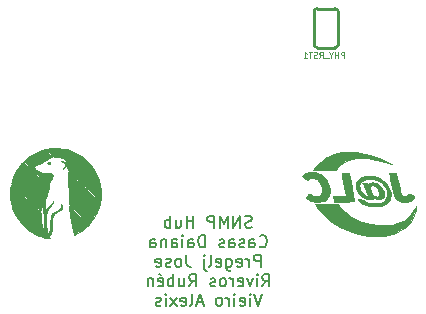
<source format=gbr>
G04 #@! TF.GenerationSoftware,KiCad,Pcbnew,(5.1.10)-1*
G04 #@! TF.CreationDate,2021-08-27T22:23:48-03:00*
G04 #@! TF.ProjectId,ESP32-GATEWAY_Rev_F,45535033-322d-4474-9154-455741595f52,F*
G04 #@! TF.SameCoordinates,Original*
G04 #@! TF.FileFunction,Legend,Bot*
G04 #@! TF.FilePolarity,Positive*
%FSLAX46Y46*%
G04 Gerber Fmt 4.6, Leading zero omitted, Abs format (unit mm)*
G04 Created by KiCad (PCBNEW (5.1.10)-1) date 2021-08-27 22:23:48*
%MOMM*%
%LPD*%
G01*
G04 APERTURE LIST*
%ADD10C,0.150000*%
%ADD11C,0.010000*%
%ADD12C,0.254000*%
%ADD13C,0.125000*%
G04 APERTURE END LIST*
D10*
X99448476Y-117373761D02*
X99305619Y-117421380D01*
X99067523Y-117421380D01*
X98972285Y-117373761D01*
X98924666Y-117326142D01*
X98877047Y-117230904D01*
X98877047Y-117135666D01*
X98924666Y-117040428D01*
X98972285Y-116992809D01*
X99067523Y-116945190D01*
X99258000Y-116897571D01*
X99353238Y-116849952D01*
X99400857Y-116802333D01*
X99448476Y-116707095D01*
X99448476Y-116611857D01*
X99400857Y-116516619D01*
X99353238Y-116469000D01*
X99258000Y-116421380D01*
X99019904Y-116421380D01*
X98877047Y-116469000D01*
X98448476Y-117421380D02*
X98448476Y-116421380D01*
X97877047Y-117421380D01*
X97877047Y-116421380D01*
X97400857Y-117421380D02*
X97400857Y-116421380D01*
X97067523Y-117135666D01*
X96734190Y-116421380D01*
X96734190Y-117421380D01*
X96258000Y-117421380D02*
X96258000Y-116421380D01*
X95877047Y-116421380D01*
X95781809Y-116469000D01*
X95734190Y-116516619D01*
X95686571Y-116611857D01*
X95686571Y-116754714D01*
X95734190Y-116849952D01*
X95781809Y-116897571D01*
X95877047Y-116945190D01*
X96258000Y-116945190D01*
X94496095Y-117421380D02*
X94496095Y-116421380D01*
X94496095Y-116897571D02*
X93924666Y-116897571D01*
X93924666Y-117421380D02*
X93924666Y-116421380D01*
X93019904Y-116754714D02*
X93019904Y-117421380D01*
X93448476Y-116754714D02*
X93448476Y-117278523D01*
X93400857Y-117373761D01*
X93305619Y-117421380D01*
X93162761Y-117421380D01*
X93067523Y-117373761D01*
X93019904Y-117326142D01*
X92543714Y-117421380D02*
X92543714Y-116421380D01*
X92543714Y-116802333D02*
X92448476Y-116754714D01*
X92257999Y-116754714D01*
X92162761Y-116802333D01*
X92115142Y-116849952D01*
X92067523Y-116945190D01*
X92067523Y-117230904D01*
X92115142Y-117326142D01*
X92162761Y-117373761D01*
X92257999Y-117421380D01*
X92448476Y-117421380D01*
X92543714Y-117373761D01*
X100091333Y-118976142D02*
X100138952Y-119023761D01*
X100281809Y-119071380D01*
X100377047Y-119071380D01*
X100519904Y-119023761D01*
X100615142Y-118928523D01*
X100662761Y-118833285D01*
X100710380Y-118642809D01*
X100710380Y-118499952D01*
X100662761Y-118309476D01*
X100615142Y-118214238D01*
X100519904Y-118119000D01*
X100377047Y-118071380D01*
X100281809Y-118071380D01*
X100138952Y-118119000D01*
X100091333Y-118166619D01*
X99234190Y-119071380D02*
X99234190Y-118547571D01*
X99281809Y-118452333D01*
X99377047Y-118404714D01*
X99567523Y-118404714D01*
X99662761Y-118452333D01*
X99234190Y-119023761D02*
X99329428Y-119071380D01*
X99567523Y-119071380D01*
X99662761Y-119023761D01*
X99710380Y-118928523D01*
X99710380Y-118833285D01*
X99662761Y-118738047D01*
X99567523Y-118690428D01*
X99329428Y-118690428D01*
X99234190Y-118642809D01*
X98805619Y-119023761D02*
X98710380Y-119071380D01*
X98519904Y-119071380D01*
X98424666Y-119023761D01*
X98377047Y-118928523D01*
X98377047Y-118880904D01*
X98424666Y-118785666D01*
X98519904Y-118738047D01*
X98662761Y-118738047D01*
X98758000Y-118690428D01*
X98805619Y-118595190D01*
X98805619Y-118547571D01*
X98758000Y-118452333D01*
X98662761Y-118404714D01*
X98519904Y-118404714D01*
X98424666Y-118452333D01*
X97519904Y-119071380D02*
X97519904Y-118547571D01*
X97567523Y-118452333D01*
X97662761Y-118404714D01*
X97853238Y-118404714D01*
X97948476Y-118452333D01*
X97519904Y-119023761D02*
X97615142Y-119071380D01*
X97853238Y-119071380D01*
X97948476Y-119023761D01*
X97996095Y-118928523D01*
X97996095Y-118833285D01*
X97948476Y-118738047D01*
X97853238Y-118690428D01*
X97615142Y-118690428D01*
X97519904Y-118642809D01*
X97091333Y-119023761D02*
X96996095Y-119071380D01*
X96805619Y-119071380D01*
X96710380Y-119023761D01*
X96662761Y-118928523D01*
X96662761Y-118880904D01*
X96710380Y-118785666D01*
X96805619Y-118738047D01*
X96948476Y-118738047D01*
X97043714Y-118690428D01*
X97091333Y-118595190D01*
X97091333Y-118547571D01*
X97043714Y-118452333D01*
X96948476Y-118404714D01*
X96805619Y-118404714D01*
X96710380Y-118452333D01*
X95472285Y-119071380D02*
X95472285Y-118071380D01*
X95234190Y-118071380D01*
X95091333Y-118119000D01*
X94996095Y-118214238D01*
X94948476Y-118309476D01*
X94900857Y-118499952D01*
X94900857Y-118642809D01*
X94948476Y-118833285D01*
X94996095Y-118928523D01*
X95091333Y-119023761D01*
X95234190Y-119071380D01*
X95472285Y-119071380D01*
X94043714Y-119071380D02*
X94043714Y-118547571D01*
X94091333Y-118452333D01*
X94186571Y-118404714D01*
X94377047Y-118404714D01*
X94472285Y-118452333D01*
X94043714Y-119023761D02*
X94138952Y-119071380D01*
X94377047Y-119071380D01*
X94472285Y-119023761D01*
X94519904Y-118928523D01*
X94519904Y-118833285D01*
X94472285Y-118738047D01*
X94377047Y-118690428D01*
X94138952Y-118690428D01*
X94043714Y-118642809D01*
X93567523Y-119071380D02*
X93567523Y-118404714D01*
X93567523Y-118071380D02*
X93615142Y-118119000D01*
X93567523Y-118166619D01*
X93519904Y-118119000D01*
X93567523Y-118071380D01*
X93567523Y-118166619D01*
X92662761Y-119071380D02*
X92662761Y-118547571D01*
X92710380Y-118452333D01*
X92805619Y-118404714D01*
X92996095Y-118404714D01*
X93091333Y-118452333D01*
X92662761Y-119023761D02*
X92758000Y-119071380D01*
X92996095Y-119071380D01*
X93091333Y-119023761D01*
X93138952Y-118928523D01*
X93138952Y-118833285D01*
X93091333Y-118738047D01*
X92996095Y-118690428D01*
X92758000Y-118690428D01*
X92662761Y-118642809D01*
X92186571Y-118404714D02*
X92186571Y-119071380D01*
X92186571Y-118499952D02*
X92138952Y-118452333D01*
X92043714Y-118404714D01*
X91900857Y-118404714D01*
X91805619Y-118452333D01*
X91758000Y-118547571D01*
X91758000Y-119071380D01*
X90853238Y-119071380D02*
X90853238Y-118547571D01*
X90900857Y-118452333D01*
X90996095Y-118404714D01*
X91186571Y-118404714D01*
X91281809Y-118452333D01*
X90853238Y-119023761D02*
X90948476Y-119071380D01*
X91186571Y-119071380D01*
X91281809Y-119023761D01*
X91329428Y-118928523D01*
X91329428Y-118833285D01*
X91281809Y-118738047D01*
X91186571Y-118690428D01*
X90948476Y-118690428D01*
X90853238Y-118642809D01*
X100186571Y-120721380D02*
X100186571Y-119721380D01*
X99805619Y-119721380D01*
X99710380Y-119769000D01*
X99662761Y-119816619D01*
X99615142Y-119911857D01*
X99615142Y-120054714D01*
X99662761Y-120149952D01*
X99710380Y-120197571D01*
X99805619Y-120245190D01*
X100186571Y-120245190D01*
X99186571Y-120721380D02*
X99186571Y-120054714D01*
X99186571Y-120245190D02*
X99138952Y-120149952D01*
X99091333Y-120102333D01*
X98996095Y-120054714D01*
X98900857Y-120054714D01*
X98186571Y-120673761D02*
X98281809Y-120721380D01*
X98472285Y-120721380D01*
X98567523Y-120673761D01*
X98615142Y-120578523D01*
X98615142Y-120197571D01*
X98567523Y-120102333D01*
X98472285Y-120054714D01*
X98281809Y-120054714D01*
X98186571Y-120102333D01*
X98138952Y-120197571D01*
X98138952Y-120292809D01*
X98615142Y-120388047D01*
X97281809Y-120054714D02*
X97281809Y-120864238D01*
X97329428Y-120959476D01*
X97377047Y-121007095D01*
X97472285Y-121054714D01*
X97615142Y-121054714D01*
X97710380Y-121007095D01*
X97281809Y-120673761D02*
X97377047Y-120721380D01*
X97567523Y-120721380D01*
X97662761Y-120673761D01*
X97710380Y-120626142D01*
X97758000Y-120530904D01*
X97758000Y-120245190D01*
X97710380Y-120149952D01*
X97662761Y-120102333D01*
X97567523Y-120054714D01*
X97377047Y-120054714D01*
X97281809Y-120102333D01*
X96424666Y-120673761D02*
X96519904Y-120721380D01*
X96710380Y-120721380D01*
X96805619Y-120673761D01*
X96853238Y-120578523D01*
X96853238Y-120197571D01*
X96805619Y-120102333D01*
X96710380Y-120054714D01*
X96519904Y-120054714D01*
X96424666Y-120102333D01*
X96377047Y-120197571D01*
X96377047Y-120292809D01*
X96853238Y-120388047D01*
X95805619Y-120721380D02*
X95900857Y-120673761D01*
X95948476Y-120578523D01*
X95948476Y-119721380D01*
X95424666Y-120054714D02*
X95424666Y-120911857D01*
X95472285Y-121007095D01*
X95567523Y-121054714D01*
X95615142Y-121054714D01*
X95424666Y-119721380D02*
X95472285Y-119769000D01*
X95424666Y-119816619D01*
X95377047Y-119769000D01*
X95424666Y-119721380D01*
X95424666Y-119816619D01*
X93900857Y-119721380D02*
X93900857Y-120435666D01*
X93948476Y-120578523D01*
X94043714Y-120673761D01*
X94186571Y-120721380D01*
X94281809Y-120721380D01*
X93281809Y-120721380D02*
X93377047Y-120673761D01*
X93424666Y-120626142D01*
X93472285Y-120530904D01*
X93472285Y-120245190D01*
X93424666Y-120149952D01*
X93377047Y-120102333D01*
X93281809Y-120054714D01*
X93138952Y-120054714D01*
X93043714Y-120102333D01*
X92996095Y-120149952D01*
X92948476Y-120245190D01*
X92948476Y-120530904D01*
X92996095Y-120626142D01*
X93043714Y-120673761D01*
X93138952Y-120721380D01*
X93281809Y-120721380D01*
X92567523Y-120673761D02*
X92472285Y-120721380D01*
X92281809Y-120721380D01*
X92186571Y-120673761D01*
X92138952Y-120578523D01*
X92138952Y-120530904D01*
X92186571Y-120435666D01*
X92281809Y-120388047D01*
X92424666Y-120388047D01*
X92519904Y-120340428D01*
X92567523Y-120245190D01*
X92567523Y-120197571D01*
X92519904Y-120102333D01*
X92424666Y-120054714D01*
X92281809Y-120054714D01*
X92186571Y-120102333D01*
X91329428Y-120673761D02*
X91424666Y-120721380D01*
X91615142Y-120721380D01*
X91710380Y-120673761D01*
X91758000Y-120578523D01*
X91758000Y-120197571D01*
X91710380Y-120102333D01*
X91615142Y-120054714D01*
X91424666Y-120054714D01*
X91329428Y-120102333D01*
X91281809Y-120197571D01*
X91281809Y-120292809D01*
X91758000Y-120388047D01*
X100329428Y-122371380D02*
X100662761Y-121895190D01*
X100900857Y-122371380D02*
X100900857Y-121371380D01*
X100519904Y-121371380D01*
X100424666Y-121419000D01*
X100377047Y-121466619D01*
X100329428Y-121561857D01*
X100329428Y-121704714D01*
X100377047Y-121799952D01*
X100424666Y-121847571D01*
X100519904Y-121895190D01*
X100900857Y-121895190D01*
X99900857Y-122371380D02*
X99900857Y-121704714D01*
X99900857Y-121371380D02*
X99948476Y-121419000D01*
X99900857Y-121466619D01*
X99853238Y-121419000D01*
X99900857Y-121371380D01*
X99900857Y-121466619D01*
X99519904Y-121704714D02*
X99281809Y-122371380D01*
X99043714Y-121704714D01*
X98281809Y-122323761D02*
X98377047Y-122371380D01*
X98567523Y-122371380D01*
X98662761Y-122323761D01*
X98710380Y-122228523D01*
X98710380Y-121847571D01*
X98662761Y-121752333D01*
X98567523Y-121704714D01*
X98377047Y-121704714D01*
X98281809Y-121752333D01*
X98234190Y-121847571D01*
X98234190Y-121942809D01*
X98710380Y-122038047D01*
X97805619Y-122371380D02*
X97805619Y-121704714D01*
X97805619Y-121895190D02*
X97758000Y-121799952D01*
X97710380Y-121752333D01*
X97615142Y-121704714D01*
X97519904Y-121704714D01*
X97043714Y-122371380D02*
X97138952Y-122323761D01*
X97186571Y-122276142D01*
X97234190Y-122180904D01*
X97234190Y-121895190D01*
X97186571Y-121799952D01*
X97138952Y-121752333D01*
X97043714Y-121704714D01*
X96900857Y-121704714D01*
X96805619Y-121752333D01*
X96758000Y-121799952D01*
X96710380Y-121895190D01*
X96710380Y-122180904D01*
X96758000Y-122276142D01*
X96805619Y-122323761D01*
X96900857Y-122371380D01*
X97043714Y-122371380D01*
X96329428Y-122323761D02*
X96234190Y-122371380D01*
X96043714Y-122371380D01*
X95948476Y-122323761D01*
X95900857Y-122228523D01*
X95900857Y-122180904D01*
X95948476Y-122085666D01*
X96043714Y-122038047D01*
X96186571Y-122038047D01*
X96281809Y-121990428D01*
X96329428Y-121895190D01*
X96329428Y-121847571D01*
X96281809Y-121752333D01*
X96186571Y-121704714D01*
X96043714Y-121704714D01*
X95948476Y-121752333D01*
X94138952Y-122371380D02*
X94472285Y-121895190D01*
X94710380Y-122371380D02*
X94710380Y-121371380D01*
X94329428Y-121371380D01*
X94234190Y-121419000D01*
X94186571Y-121466619D01*
X94138952Y-121561857D01*
X94138952Y-121704714D01*
X94186571Y-121799952D01*
X94234190Y-121847571D01*
X94329428Y-121895190D01*
X94710380Y-121895190D01*
X93281809Y-121704714D02*
X93281809Y-122371380D01*
X93710380Y-121704714D02*
X93710380Y-122228523D01*
X93662761Y-122323761D01*
X93567523Y-122371380D01*
X93424666Y-122371380D01*
X93329428Y-122323761D01*
X93281809Y-122276142D01*
X92805619Y-122371380D02*
X92805619Y-121371380D01*
X92805619Y-121752333D02*
X92710380Y-121704714D01*
X92519904Y-121704714D01*
X92424666Y-121752333D01*
X92377047Y-121799952D01*
X92329428Y-121895190D01*
X92329428Y-122180904D01*
X92377047Y-122276142D01*
X92424666Y-122323761D01*
X92519904Y-122371380D01*
X92710380Y-122371380D01*
X92805619Y-122323761D01*
X91519904Y-122323761D02*
X91615142Y-122371380D01*
X91805619Y-122371380D01*
X91900857Y-122323761D01*
X91948476Y-122228523D01*
X91948476Y-121847571D01*
X91900857Y-121752333D01*
X91805619Y-121704714D01*
X91615142Y-121704714D01*
X91519904Y-121752333D01*
X91472285Y-121847571D01*
X91472285Y-121942809D01*
X91948476Y-122038047D01*
X91615142Y-121323761D02*
X91758000Y-121466619D01*
X91043714Y-121704714D02*
X91043714Y-122371380D01*
X91043714Y-121799952D02*
X90996095Y-121752333D01*
X90900857Y-121704714D01*
X90758000Y-121704714D01*
X90662761Y-121752333D01*
X90615142Y-121847571D01*
X90615142Y-122371380D01*
X100305619Y-123021380D02*
X99972285Y-124021380D01*
X99638952Y-123021380D01*
X99305619Y-124021380D02*
X99305619Y-123354714D01*
X99305619Y-123021380D02*
X99353238Y-123069000D01*
X99305619Y-123116619D01*
X99258000Y-123069000D01*
X99305619Y-123021380D01*
X99305619Y-123116619D01*
X98448476Y-123973761D02*
X98543714Y-124021380D01*
X98734190Y-124021380D01*
X98829428Y-123973761D01*
X98877047Y-123878523D01*
X98877047Y-123497571D01*
X98829428Y-123402333D01*
X98734190Y-123354714D01*
X98543714Y-123354714D01*
X98448476Y-123402333D01*
X98400857Y-123497571D01*
X98400857Y-123592809D01*
X98877047Y-123688047D01*
X97972285Y-124021380D02*
X97972285Y-123354714D01*
X97972285Y-123021380D02*
X98019904Y-123069000D01*
X97972285Y-123116619D01*
X97924666Y-123069000D01*
X97972285Y-123021380D01*
X97972285Y-123116619D01*
X97496095Y-124021380D02*
X97496095Y-123354714D01*
X97496095Y-123545190D02*
X97448476Y-123449952D01*
X97400857Y-123402333D01*
X97305619Y-123354714D01*
X97210380Y-123354714D01*
X96734190Y-124021380D02*
X96829428Y-123973761D01*
X96877047Y-123926142D01*
X96924666Y-123830904D01*
X96924666Y-123545190D01*
X96877047Y-123449952D01*
X96829428Y-123402333D01*
X96734190Y-123354714D01*
X96591333Y-123354714D01*
X96496095Y-123402333D01*
X96448476Y-123449952D01*
X96400857Y-123545190D01*
X96400857Y-123830904D01*
X96448476Y-123926142D01*
X96496095Y-123973761D01*
X96591333Y-124021380D01*
X96734190Y-124021380D01*
X95258000Y-123735666D02*
X94781809Y-123735666D01*
X95353238Y-124021380D02*
X95019904Y-123021380D01*
X94686571Y-124021380D01*
X94210380Y-124021380D02*
X94305619Y-123973761D01*
X94353238Y-123878523D01*
X94353238Y-123021380D01*
X93448476Y-123973761D02*
X93543714Y-124021380D01*
X93734190Y-124021380D01*
X93829428Y-123973761D01*
X93877047Y-123878523D01*
X93877047Y-123497571D01*
X93829428Y-123402333D01*
X93734190Y-123354714D01*
X93543714Y-123354714D01*
X93448476Y-123402333D01*
X93400857Y-123497571D01*
X93400857Y-123592809D01*
X93877047Y-123688047D01*
X93067523Y-124021380D02*
X92543714Y-123354714D01*
X93067523Y-123354714D02*
X92543714Y-124021380D01*
X92162761Y-124021380D02*
X92162761Y-123354714D01*
X92162761Y-123021380D02*
X92210380Y-123069000D01*
X92162761Y-123116619D01*
X92115142Y-123069000D01*
X92162761Y-123021380D01*
X92162761Y-123116619D01*
X91734190Y-123973761D02*
X91638952Y-124021380D01*
X91448476Y-124021380D01*
X91353238Y-123973761D01*
X91305619Y-123878523D01*
X91305619Y-123830904D01*
X91353238Y-123735666D01*
X91448476Y-123688047D01*
X91591333Y-123688047D01*
X91686571Y-123640428D01*
X91734190Y-123545190D01*
X91734190Y-123497571D01*
X91686571Y-123402333D01*
X91591333Y-123354714D01*
X91448476Y-123354714D01*
X91353238Y-123402333D01*
D11*
G36*
X104870565Y-115492893D02*
G01*
X105074857Y-115804205D01*
X105310574Y-116105358D01*
X105573122Y-116390607D01*
X105642661Y-116459000D01*
X105969056Y-116748624D01*
X106321171Y-117013547D01*
X106697496Y-117253049D01*
X107096518Y-117466407D01*
X107516725Y-117652901D01*
X107956605Y-117811809D01*
X108414644Y-117942409D01*
X108889332Y-118043980D01*
X109007196Y-118064224D01*
X109231653Y-118099219D01*
X109428127Y-118125681D01*
X109603791Y-118144067D01*
X109765817Y-118154831D01*
X109921380Y-118158427D01*
X110077650Y-118155311D01*
X110241802Y-118145936D01*
X110266843Y-118144072D01*
X110618765Y-118104268D01*
X110963944Y-118039892D01*
X111297709Y-117952447D01*
X111615392Y-117843436D01*
X111912321Y-117714365D01*
X112183827Y-117566735D01*
X112307914Y-117486890D01*
X112394813Y-117421097D01*
X112494983Y-117334665D01*
X112601139Y-117234895D01*
X112705999Y-117129088D01*
X112802277Y-117024544D01*
X112882690Y-116928565D01*
X112931095Y-116862263D01*
X113073173Y-116617364D01*
X113189085Y-116354376D01*
X113275202Y-116082384D01*
X113313522Y-115904834D01*
X113331382Y-115797365D01*
X113340954Y-115724100D01*
X113341802Y-115683814D01*
X113333490Y-115675285D01*
X113315583Y-115697291D01*
X113287647Y-115748607D01*
X113270391Y-115783617D01*
X113128036Y-116037065D01*
X112957098Y-116269021D01*
X112759026Y-116478355D01*
X112535271Y-116663936D01*
X112287285Y-116824634D01*
X112016517Y-116959317D01*
X111724418Y-117066855D01*
X111567323Y-117110979D01*
X111339010Y-117157401D01*
X111083986Y-117188998D01*
X110808661Y-117205776D01*
X110519441Y-117207737D01*
X110222736Y-117194886D01*
X109924953Y-117167226D01*
X109632500Y-117124761D01*
X109550200Y-117109791D01*
X109136558Y-117016773D01*
X108747921Y-116900311D01*
X108384919Y-116760768D01*
X108048183Y-116598503D01*
X107738343Y-116413877D01*
X107456029Y-116207251D01*
X107201872Y-115978987D01*
X106976503Y-115729445D01*
X106852397Y-115565464D01*
X106753179Y-115424857D01*
X104830098Y-115424857D01*
X104870565Y-115492893D01*
G37*
X104870565Y-115492893D02*
X105074857Y-115804205D01*
X105310574Y-116105358D01*
X105573122Y-116390607D01*
X105642661Y-116459000D01*
X105969056Y-116748624D01*
X106321171Y-117013547D01*
X106697496Y-117253049D01*
X107096518Y-117466407D01*
X107516725Y-117652901D01*
X107956605Y-117811809D01*
X108414644Y-117942409D01*
X108889332Y-118043980D01*
X109007196Y-118064224D01*
X109231653Y-118099219D01*
X109428127Y-118125681D01*
X109603791Y-118144067D01*
X109765817Y-118154831D01*
X109921380Y-118158427D01*
X110077650Y-118155311D01*
X110241802Y-118145936D01*
X110266843Y-118144072D01*
X110618765Y-118104268D01*
X110963944Y-118039892D01*
X111297709Y-117952447D01*
X111615392Y-117843436D01*
X111912321Y-117714365D01*
X112183827Y-117566735D01*
X112307914Y-117486890D01*
X112394813Y-117421097D01*
X112494983Y-117334665D01*
X112601139Y-117234895D01*
X112705999Y-117129088D01*
X112802277Y-117024544D01*
X112882690Y-116928565D01*
X112931095Y-116862263D01*
X113073173Y-116617364D01*
X113189085Y-116354376D01*
X113275202Y-116082384D01*
X113313522Y-115904834D01*
X113331382Y-115797365D01*
X113340954Y-115724100D01*
X113341802Y-115683814D01*
X113333490Y-115675285D01*
X113315583Y-115697291D01*
X113287647Y-115748607D01*
X113270391Y-115783617D01*
X113128036Y-116037065D01*
X112957098Y-116269021D01*
X112759026Y-116478355D01*
X112535271Y-116663936D01*
X112287285Y-116824634D01*
X112016517Y-116959317D01*
X111724418Y-117066855D01*
X111567323Y-117110979D01*
X111339010Y-117157401D01*
X111083986Y-117188998D01*
X110808661Y-117205776D01*
X110519441Y-117207737D01*
X110222736Y-117194886D01*
X109924953Y-117167226D01*
X109632500Y-117124761D01*
X109550200Y-117109791D01*
X109136558Y-117016773D01*
X108747921Y-116900311D01*
X108384919Y-116760768D01*
X108048183Y-116598503D01*
X107738343Y-116413877D01*
X107456029Y-116207251D01*
X107201872Y-115978987D01*
X106976503Y-115729445D01*
X106852397Y-115565464D01*
X106753179Y-115424857D01*
X104830098Y-115424857D01*
X104870565Y-115492893D01*
G36*
X113342057Y-115615357D02*
G01*
X113351129Y-115624429D01*
X113360200Y-115615357D01*
X113351129Y-115606286D01*
X113342057Y-115615357D01*
G37*
X113342057Y-115615357D02*
X113351129Y-115624429D01*
X113360200Y-115615357D01*
X113351129Y-115606286D01*
X113342057Y-115615357D01*
G36*
X109189342Y-113054435D02*
G01*
X109028796Y-113074471D01*
X108884380Y-113109990D01*
X108747037Y-113162733D01*
X108724700Y-113173082D01*
X108574685Y-113261560D01*
X108454366Y-113370871D01*
X108363525Y-113501306D01*
X108301948Y-113653158D01*
X108275054Y-113779760D01*
X108269836Y-113937679D01*
X108296291Y-114102535D01*
X108352312Y-114268010D01*
X108435794Y-114427789D01*
X108537754Y-114567534D01*
X108687892Y-114720769D01*
X108851689Y-114844399D01*
X109026044Y-114936927D01*
X109207855Y-114996857D01*
X109394021Y-115022692D01*
X109480779Y-115022692D01*
X109556598Y-115017573D01*
X109606745Y-115008512D01*
X109641815Y-114992654D01*
X109666743Y-114972587D01*
X109698148Y-114937673D01*
X109713249Y-114910250D01*
X109713486Y-114907938D01*
X109728246Y-114905538D01*
X109767619Y-114917832D01*
X109824243Y-114942361D01*
X109841381Y-114950686D01*
X109971532Y-115000262D01*
X110104847Y-115023909D01*
X110234921Y-115022283D01*
X110355350Y-114996039D01*
X110459731Y-114945833D01*
X110535634Y-114879569D01*
X110600998Y-114776411D01*
X110633382Y-114658323D01*
X110632796Y-114526786D01*
X110234084Y-114526786D01*
X110232999Y-114618270D01*
X110213679Y-114684285D01*
X110172713Y-114732477D01*
X110130519Y-114759092D01*
X110045885Y-114782743D01*
X109947939Y-114774061D01*
X109839235Y-114733344D01*
X109818440Y-114722482D01*
X109723314Y-114653531D01*
X109633242Y-114556887D01*
X109553234Y-114441144D01*
X109488301Y-114314895D01*
X109443454Y-114186732D01*
X109423703Y-114065250D01*
X109423200Y-114044639D01*
X109426491Y-113984151D01*
X109441150Y-113942066D01*
X109474354Y-113900743D01*
X109486981Y-113887876D01*
X109523449Y-113853470D01*
X109553949Y-113835109D01*
X109591445Y-113828756D01*
X109648903Y-113830376D01*
X109667912Y-113831554D01*
X109739179Y-113839152D01*
X109794867Y-113855175D01*
X109851829Y-113885637D01*
X109889880Y-113910774D01*
X109993478Y-114000895D01*
X110084966Y-114117251D01*
X110159094Y-114250447D01*
X110210612Y-114391085D01*
X110234084Y-114526786D01*
X110632796Y-114526786D01*
X110632790Y-114525501D01*
X110599226Y-114378141D01*
X110532694Y-114216436D01*
X110522297Y-114195689D01*
X110413216Y-114019912D01*
X110278644Y-113868355D01*
X110121199Y-113743603D01*
X109987233Y-113668010D01*
X109905153Y-113632031D01*
X109834524Y-113610785D01*
X109756784Y-113599566D01*
X109702550Y-113595875D01*
X109593331Y-113592808D01*
X109511148Y-113598217D01*
X109447313Y-113614232D01*
X109393134Y-113642983D01*
X109342611Y-113684109D01*
X109265279Y-113755391D01*
X109199975Y-113610571D01*
X108805856Y-113610571D01*
X108830645Y-113669536D01*
X108844172Y-113701044D01*
X108870164Y-113760985D01*
X108906529Y-113844556D01*
X108951173Y-113946953D01*
X109002004Y-114063372D01*
X109056929Y-114189009D01*
X109068265Y-114214921D01*
X109122104Y-114339589D01*
X109170256Y-114454217D01*
X109210985Y-114554419D01*
X109242554Y-114635804D01*
X109263227Y-114693984D01*
X109271266Y-114724571D01*
X109271074Y-114727457D01*
X109244728Y-114749763D01*
X109193987Y-114749431D01*
X109122387Y-114726989D01*
X109056261Y-114695503D01*
X108907166Y-114598276D01*
X108779527Y-114479022D01*
X108676474Y-114342500D01*
X108601138Y-114193467D01*
X108556648Y-114036682D01*
X108545431Y-113919000D01*
X108546923Y-113837767D01*
X108556212Y-113776038D01*
X108576642Y-113717305D01*
X108593703Y-113680576D01*
X108673619Y-113557456D01*
X108781211Y-113456866D01*
X108915331Y-113379296D01*
X109074826Y-113325238D01*
X109258549Y-113295184D01*
X109465347Y-113289625D01*
X109504843Y-113291259D01*
X109749702Y-113317812D01*
X109971752Y-113371588D01*
X110172825Y-113453172D01*
X110354753Y-113563150D01*
X110354769Y-113563162D01*
X110511283Y-113696375D01*
X110648182Y-113854470D01*
X110761517Y-114031088D01*
X110847336Y-114219867D01*
X110901690Y-114414448D01*
X110908675Y-114455042D01*
X110917203Y-114619070D01*
X110892961Y-114774328D01*
X110837922Y-114916893D01*
X110754058Y-115042845D01*
X110643343Y-115148262D01*
X110522660Y-115222199D01*
X110435797Y-115261616D01*
X110354078Y-115291667D01*
X110270497Y-115313504D01*
X110178045Y-115328282D01*
X110069717Y-115337151D01*
X109938504Y-115341264D01*
X109795129Y-115341853D01*
X109664391Y-115340887D01*
X109562918Y-115338719D01*
X109483692Y-115334781D01*
X109419698Y-115328505D01*
X109363919Y-115319324D01*
X109309339Y-115306670D01*
X109287128Y-115300743D01*
X109136780Y-115251263D01*
X108991669Y-115188153D01*
X108863796Y-115117023D01*
X108801650Y-115073837D01*
X108757690Y-115041492D01*
X108721747Y-115021865D01*
X108682315Y-115011785D01*
X108627885Y-115008079D01*
X108561257Y-115007572D01*
X108491608Y-115009244D01*
X108438353Y-115013706D01*
X108409825Y-115020126D01*
X108407200Y-115022953D01*
X108420193Y-115043988D01*
X108454740Y-115081701D01*
X108504198Y-115129936D01*
X108561921Y-115182537D01*
X108621263Y-115233348D01*
X108675580Y-115276214D01*
X108697486Y-115291867D01*
X108886457Y-115400927D01*
X109100490Y-115488950D01*
X109333486Y-115553495D01*
X109369290Y-115560921D01*
X109460813Y-115574565D01*
X109578006Y-115585401D01*
X109710336Y-115593079D01*
X109847270Y-115597249D01*
X109978276Y-115597561D01*
X110092821Y-115593665D01*
X110164877Y-115587366D01*
X110376395Y-115549580D01*
X110568811Y-115492644D01*
X110737927Y-115418236D01*
X110879547Y-115328034D01*
X110938112Y-115278126D01*
X111043741Y-115154112D01*
X111121256Y-115010945D01*
X111170866Y-114852148D01*
X111192782Y-114681246D01*
X111187214Y-114501763D01*
X111154375Y-114317224D01*
X111094473Y-114131151D01*
X111007720Y-113947071D01*
X110894327Y-113768506D01*
X110843904Y-113702341D01*
X110677554Y-113522895D01*
X110488407Y-113370971D01*
X110278169Y-113247329D01*
X110048546Y-113152730D01*
X109801245Y-113087933D01*
X109537973Y-113053698D01*
X109375074Y-113048143D01*
X109189342Y-113054435D01*
G37*
X109189342Y-113054435D02*
X109028796Y-113074471D01*
X108884380Y-113109990D01*
X108747037Y-113162733D01*
X108724700Y-113173082D01*
X108574685Y-113261560D01*
X108454366Y-113370871D01*
X108363525Y-113501306D01*
X108301948Y-113653158D01*
X108275054Y-113779760D01*
X108269836Y-113937679D01*
X108296291Y-114102535D01*
X108352312Y-114268010D01*
X108435794Y-114427789D01*
X108537754Y-114567534D01*
X108687892Y-114720769D01*
X108851689Y-114844399D01*
X109026044Y-114936927D01*
X109207855Y-114996857D01*
X109394021Y-115022692D01*
X109480779Y-115022692D01*
X109556598Y-115017573D01*
X109606745Y-115008512D01*
X109641815Y-114992654D01*
X109666743Y-114972587D01*
X109698148Y-114937673D01*
X109713249Y-114910250D01*
X109713486Y-114907938D01*
X109728246Y-114905538D01*
X109767619Y-114917832D01*
X109824243Y-114942361D01*
X109841381Y-114950686D01*
X109971532Y-115000262D01*
X110104847Y-115023909D01*
X110234921Y-115022283D01*
X110355350Y-114996039D01*
X110459731Y-114945833D01*
X110535634Y-114879569D01*
X110600998Y-114776411D01*
X110633382Y-114658323D01*
X110632796Y-114526786D01*
X110234084Y-114526786D01*
X110232999Y-114618270D01*
X110213679Y-114684285D01*
X110172713Y-114732477D01*
X110130519Y-114759092D01*
X110045885Y-114782743D01*
X109947939Y-114774061D01*
X109839235Y-114733344D01*
X109818440Y-114722482D01*
X109723314Y-114653531D01*
X109633242Y-114556887D01*
X109553234Y-114441144D01*
X109488301Y-114314895D01*
X109443454Y-114186732D01*
X109423703Y-114065250D01*
X109423200Y-114044639D01*
X109426491Y-113984151D01*
X109441150Y-113942066D01*
X109474354Y-113900743D01*
X109486981Y-113887876D01*
X109523449Y-113853470D01*
X109553949Y-113835109D01*
X109591445Y-113828756D01*
X109648903Y-113830376D01*
X109667912Y-113831554D01*
X109739179Y-113839152D01*
X109794867Y-113855175D01*
X109851829Y-113885637D01*
X109889880Y-113910774D01*
X109993478Y-114000895D01*
X110084966Y-114117251D01*
X110159094Y-114250447D01*
X110210612Y-114391085D01*
X110234084Y-114526786D01*
X110632796Y-114526786D01*
X110632790Y-114525501D01*
X110599226Y-114378141D01*
X110532694Y-114216436D01*
X110522297Y-114195689D01*
X110413216Y-114019912D01*
X110278644Y-113868355D01*
X110121199Y-113743603D01*
X109987233Y-113668010D01*
X109905153Y-113632031D01*
X109834524Y-113610785D01*
X109756784Y-113599566D01*
X109702550Y-113595875D01*
X109593331Y-113592808D01*
X109511148Y-113598217D01*
X109447313Y-113614232D01*
X109393134Y-113642983D01*
X109342611Y-113684109D01*
X109265279Y-113755391D01*
X109199975Y-113610571D01*
X108805856Y-113610571D01*
X108830645Y-113669536D01*
X108844172Y-113701044D01*
X108870164Y-113760985D01*
X108906529Y-113844556D01*
X108951173Y-113946953D01*
X109002004Y-114063372D01*
X109056929Y-114189009D01*
X109068265Y-114214921D01*
X109122104Y-114339589D01*
X109170256Y-114454217D01*
X109210985Y-114554419D01*
X109242554Y-114635804D01*
X109263227Y-114693984D01*
X109271266Y-114724571D01*
X109271074Y-114727457D01*
X109244728Y-114749763D01*
X109193987Y-114749431D01*
X109122387Y-114726989D01*
X109056261Y-114695503D01*
X108907166Y-114598276D01*
X108779527Y-114479022D01*
X108676474Y-114342500D01*
X108601138Y-114193467D01*
X108556648Y-114036682D01*
X108545431Y-113919000D01*
X108546923Y-113837767D01*
X108556212Y-113776038D01*
X108576642Y-113717305D01*
X108593703Y-113680576D01*
X108673619Y-113557456D01*
X108781211Y-113456866D01*
X108915331Y-113379296D01*
X109074826Y-113325238D01*
X109258549Y-113295184D01*
X109465347Y-113289625D01*
X109504843Y-113291259D01*
X109749702Y-113317812D01*
X109971752Y-113371588D01*
X110172825Y-113453172D01*
X110354753Y-113563150D01*
X110354769Y-113563162D01*
X110511283Y-113696375D01*
X110648182Y-113854470D01*
X110761517Y-114031088D01*
X110847336Y-114219867D01*
X110901690Y-114414448D01*
X110908675Y-114455042D01*
X110917203Y-114619070D01*
X110892961Y-114774328D01*
X110837922Y-114916893D01*
X110754058Y-115042845D01*
X110643343Y-115148262D01*
X110522660Y-115222199D01*
X110435797Y-115261616D01*
X110354078Y-115291667D01*
X110270497Y-115313504D01*
X110178045Y-115328282D01*
X110069717Y-115337151D01*
X109938504Y-115341264D01*
X109795129Y-115341853D01*
X109664391Y-115340887D01*
X109562918Y-115338719D01*
X109483692Y-115334781D01*
X109419698Y-115328505D01*
X109363919Y-115319324D01*
X109309339Y-115306670D01*
X109287128Y-115300743D01*
X109136780Y-115251263D01*
X108991669Y-115188153D01*
X108863796Y-115117023D01*
X108801650Y-115073837D01*
X108757690Y-115041492D01*
X108721747Y-115021865D01*
X108682315Y-115011785D01*
X108627885Y-115008079D01*
X108561257Y-115007572D01*
X108491608Y-115009244D01*
X108438353Y-115013706D01*
X108409825Y-115020126D01*
X108407200Y-115022953D01*
X108420193Y-115043988D01*
X108454740Y-115081701D01*
X108504198Y-115129936D01*
X108561921Y-115182537D01*
X108621263Y-115233348D01*
X108675580Y-115276214D01*
X108697486Y-115291867D01*
X108886457Y-115400927D01*
X109100490Y-115488950D01*
X109333486Y-115553495D01*
X109369290Y-115560921D01*
X109460813Y-115574565D01*
X109578006Y-115585401D01*
X109710336Y-115593079D01*
X109847270Y-115597249D01*
X109978276Y-115597561D01*
X110092821Y-115593665D01*
X110164877Y-115587366D01*
X110376395Y-115549580D01*
X110568811Y-115492644D01*
X110737927Y-115418236D01*
X110879547Y-115328034D01*
X110938112Y-115278126D01*
X111043741Y-115154112D01*
X111121256Y-115010945D01*
X111170866Y-114852148D01*
X111192782Y-114681246D01*
X111187214Y-114501763D01*
X111154375Y-114317224D01*
X111094473Y-114131151D01*
X111007720Y-113947071D01*
X110894327Y-113768506D01*
X110843904Y-113702341D01*
X110677554Y-113522895D01*
X110488407Y-113370971D01*
X110278169Y-113247329D01*
X110048546Y-113152730D01*
X109801245Y-113087933D01*
X109537973Y-113053698D01*
X109375074Y-113048143D01*
X109189342Y-113054435D01*
G36*
X111082108Y-112801392D02*
G01*
X111083312Y-112828185D01*
X111091345Y-112887250D01*
X111105624Y-112975335D01*
X111125568Y-113089191D01*
X111150595Y-113225567D01*
X111180126Y-113381214D01*
X111213578Y-113552882D01*
X111242545Y-113698434D01*
X111286678Y-113917236D01*
X111325038Y-114103746D01*
X111358752Y-114261295D01*
X111388945Y-114393215D01*
X111416745Y-114502837D01*
X111443277Y-114593494D01*
X111469667Y-114668516D01*
X111497043Y-114731236D01*
X111526531Y-114784984D01*
X111559256Y-114833093D01*
X111596345Y-114878894D01*
X111638924Y-114925718D01*
X111667594Y-114955710D01*
X111806775Y-115074315D01*
X111966220Y-115164790D01*
X112141835Y-115225903D01*
X112329528Y-115256420D01*
X112525206Y-115255109D01*
X112620636Y-115242833D01*
X112779792Y-115202043D01*
X112921887Y-115137574D01*
X113040723Y-115052616D01*
X113092392Y-115000097D01*
X113132268Y-114947729D01*
X113168663Y-114889738D01*
X113196297Y-114835874D01*
X113209889Y-114795885D01*
X113209607Y-114783680D01*
X113191168Y-114766336D01*
X113147058Y-114735521D01*
X113083409Y-114695233D01*
X113006351Y-114649474D01*
X112985978Y-114637800D01*
X112892621Y-114585592D01*
X112824438Y-114551391D01*
X112775440Y-114534613D01*
X112739638Y-114534676D01*
X112711043Y-114550996D01*
X112683667Y-114582990D01*
X112667159Y-114606760D01*
X112604678Y-114681442D01*
X112533775Y-114726307D01*
X112443549Y-114747656D01*
X112419602Y-114749854D01*
X112303186Y-114743843D01*
X112204093Y-114708939D01*
X112126014Y-114646712D01*
X112101523Y-114614568D01*
X112084728Y-114586503D01*
X112068682Y-114553306D01*
X112052647Y-114511931D01*
X112035884Y-114459331D01*
X112017655Y-114392459D01*
X111997222Y-114308269D01*
X111973845Y-114203715D01*
X111946785Y-114075749D01*
X111915306Y-113921325D01*
X111878667Y-113737397D01*
X111836130Y-113520917D01*
X111835036Y-113515321D01*
X111686881Y-112757857D01*
X111093034Y-112757857D01*
X111082108Y-112801392D01*
G37*
X111082108Y-112801392D02*
X111083312Y-112828185D01*
X111091345Y-112887250D01*
X111105624Y-112975335D01*
X111125568Y-113089191D01*
X111150595Y-113225567D01*
X111180126Y-113381214D01*
X111213578Y-113552882D01*
X111242545Y-113698434D01*
X111286678Y-113917236D01*
X111325038Y-114103746D01*
X111358752Y-114261295D01*
X111388945Y-114393215D01*
X111416745Y-114502837D01*
X111443277Y-114593494D01*
X111469667Y-114668516D01*
X111497043Y-114731236D01*
X111526531Y-114784984D01*
X111559256Y-114833093D01*
X111596345Y-114878894D01*
X111638924Y-114925718D01*
X111667594Y-114955710D01*
X111806775Y-115074315D01*
X111966220Y-115164790D01*
X112141835Y-115225903D01*
X112329528Y-115256420D01*
X112525206Y-115255109D01*
X112620636Y-115242833D01*
X112779792Y-115202043D01*
X112921887Y-115137574D01*
X113040723Y-115052616D01*
X113092392Y-115000097D01*
X113132268Y-114947729D01*
X113168663Y-114889738D01*
X113196297Y-114835874D01*
X113209889Y-114795885D01*
X113209607Y-114783680D01*
X113191168Y-114766336D01*
X113147058Y-114735521D01*
X113083409Y-114695233D01*
X113006351Y-114649474D01*
X112985978Y-114637800D01*
X112892621Y-114585592D01*
X112824438Y-114551391D01*
X112775440Y-114534613D01*
X112739638Y-114534676D01*
X112711043Y-114550996D01*
X112683667Y-114582990D01*
X112667159Y-114606760D01*
X112604678Y-114681442D01*
X112533775Y-114726307D01*
X112443549Y-114747656D01*
X112419602Y-114749854D01*
X112303186Y-114743843D01*
X112204093Y-114708939D01*
X112126014Y-114646712D01*
X112101523Y-114614568D01*
X112084728Y-114586503D01*
X112068682Y-114553306D01*
X112052647Y-114511931D01*
X112035884Y-114459331D01*
X112017655Y-114392459D01*
X111997222Y-114308269D01*
X111973845Y-114203715D01*
X111946785Y-114075749D01*
X111915306Y-113921325D01*
X111878667Y-113737397D01*
X111836130Y-113520917D01*
X111835036Y-113515321D01*
X111686881Y-112757857D01*
X111093034Y-112757857D01*
X111082108Y-112801392D01*
G36*
X104376119Y-112718379D02*
G01*
X104295749Y-112724895D01*
X104224772Y-112737878D01*
X104149795Y-112759139D01*
X104139203Y-112762557D01*
X103975017Y-112830062D01*
X103837498Y-112917794D01*
X103756449Y-112990667D01*
X103686770Y-113062111D01*
X104092368Y-113422063D01*
X104158056Y-113361896D01*
X104239517Y-113296622D01*
X104321192Y-113253842D01*
X104413711Y-113229823D01*
X104527706Y-113220836D01*
X104560914Y-113220500D01*
X104646623Y-113221701D01*
X104708835Y-113226955D01*
X104760304Y-113238743D01*
X104813784Y-113259544D01*
X104851200Y-113276931D01*
X104927142Y-113318681D01*
X105004073Y-113369531D01*
X105054335Y-113409153D01*
X105156303Y-113518695D01*
X105241736Y-113648003D01*
X105309336Y-113791106D01*
X105357804Y-113942034D01*
X105385844Y-114094818D01*
X105392157Y-114243487D01*
X105375446Y-114382073D01*
X105334412Y-114504606D01*
X105304151Y-114558316D01*
X105226778Y-114643767D01*
X105127087Y-114704878D01*
X105009912Y-114741378D01*
X104880091Y-114752994D01*
X104742458Y-114739455D01*
X104601850Y-114700489D01*
X104463102Y-114635824D01*
X104417496Y-114608121D01*
X104358169Y-114572895D01*
X104307601Y-114548444D01*
X104275646Y-114539447D01*
X104273341Y-114539662D01*
X104250982Y-114555722D01*
X104212879Y-114594932D01*
X104164662Y-114651123D01*
X104119652Y-114707997D01*
X103995422Y-114870659D01*
X104046847Y-114913573D01*
X104210601Y-115030665D01*
X104392282Y-115126059D01*
X104584863Y-115197597D01*
X104781322Y-115243119D01*
X104974633Y-115260467D01*
X105141486Y-115250008D01*
X105346972Y-115205517D01*
X105528072Y-115136074D01*
X105683752Y-115042526D01*
X105812977Y-114925719D01*
X105914713Y-114786501D01*
X105987925Y-114625717D01*
X106013907Y-114535857D01*
X106030646Y-114425803D01*
X106035715Y-114293718D01*
X106029480Y-114151803D01*
X106012303Y-114012258D01*
X105995849Y-113930303D01*
X105923803Y-113700995D01*
X105822726Y-113490638D01*
X105695118Y-113301233D01*
X105543479Y-113134781D01*
X105370308Y-112993280D01*
X105178104Y-112878732D01*
X104969366Y-112793138D01*
X104746594Y-112738496D01*
X104512287Y-112716809D01*
X104479271Y-112716515D01*
X104376119Y-112718379D01*
G37*
X104376119Y-112718379D02*
X104295749Y-112724895D01*
X104224772Y-112737878D01*
X104149795Y-112759139D01*
X104139203Y-112762557D01*
X103975017Y-112830062D01*
X103837498Y-112917794D01*
X103756449Y-112990667D01*
X103686770Y-113062111D01*
X104092368Y-113422063D01*
X104158056Y-113361896D01*
X104239517Y-113296622D01*
X104321192Y-113253842D01*
X104413711Y-113229823D01*
X104527706Y-113220836D01*
X104560914Y-113220500D01*
X104646623Y-113221701D01*
X104708835Y-113226955D01*
X104760304Y-113238743D01*
X104813784Y-113259544D01*
X104851200Y-113276931D01*
X104927142Y-113318681D01*
X105004073Y-113369531D01*
X105054335Y-113409153D01*
X105156303Y-113518695D01*
X105241736Y-113648003D01*
X105309336Y-113791106D01*
X105357804Y-113942034D01*
X105385844Y-114094818D01*
X105392157Y-114243487D01*
X105375446Y-114382073D01*
X105334412Y-114504606D01*
X105304151Y-114558316D01*
X105226778Y-114643767D01*
X105127087Y-114704878D01*
X105009912Y-114741378D01*
X104880091Y-114752994D01*
X104742458Y-114739455D01*
X104601850Y-114700489D01*
X104463102Y-114635824D01*
X104417496Y-114608121D01*
X104358169Y-114572895D01*
X104307601Y-114548444D01*
X104275646Y-114539447D01*
X104273341Y-114539662D01*
X104250982Y-114555722D01*
X104212879Y-114594932D01*
X104164662Y-114651123D01*
X104119652Y-114707997D01*
X103995422Y-114870659D01*
X104046847Y-114913573D01*
X104210601Y-115030665D01*
X104392282Y-115126059D01*
X104584863Y-115197597D01*
X104781322Y-115243119D01*
X104974633Y-115260467D01*
X105141486Y-115250008D01*
X105346972Y-115205517D01*
X105528072Y-115136074D01*
X105683752Y-115042526D01*
X105812977Y-114925719D01*
X105914713Y-114786501D01*
X105987925Y-114625717D01*
X106013907Y-114535857D01*
X106030646Y-114425803D01*
X106035715Y-114293718D01*
X106029480Y-114151803D01*
X106012303Y-114012258D01*
X105995849Y-113930303D01*
X105923803Y-113700995D01*
X105822726Y-113490638D01*
X105695118Y-113301233D01*
X105543479Y-113134781D01*
X105370308Y-112993280D01*
X105178104Y-112878732D01*
X104969366Y-112793138D01*
X104746594Y-112738496D01*
X104512287Y-112716809D01*
X104479271Y-112716515D01*
X104376119Y-112718379D01*
G36*
X107233967Y-112758012D02*
G01*
X107155029Y-112758951D01*
X107101656Y-112761388D01*
X107068487Y-112766036D01*
X107050161Y-112773608D01*
X107041317Y-112784818D01*
X107037017Y-112798679D01*
X107038501Y-112823981D01*
X107046568Y-112881333D01*
X107060588Y-112967223D01*
X107079933Y-113078141D01*
X107103971Y-113210575D01*
X107132073Y-113361012D01*
X107163610Y-113525943D01*
X107197951Y-113701854D01*
X107209029Y-113757868D01*
X107244229Y-113935706D01*
X107277190Y-114102981D01*
X107307249Y-114256278D01*
X107333743Y-114392181D01*
X107356011Y-114507276D01*
X107373389Y-114598146D01*
X107385215Y-114661376D01*
X107390825Y-114693553D01*
X107391200Y-114696760D01*
X107379308Y-114703346D01*
X107342181Y-114708547D01*
X107277641Y-114712453D01*
X107183510Y-114715152D01*
X107057612Y-114716733D01*
X106897767Y-114717284D01*
X106885421Y-114717286D01*
X106734309Y-114717508D01*
X106615456Y-114718322D01*
X106524838Y-114719943D01*
X106458431Y-114722592D01*
X106412211Y-114726484D01*
X106382152Y-114731839D01*
X106364231Y-114738875D01*
X106355838Y-114745969D01*
X106345624Y-114769638D01*
X106343086Y-114809997D01*
X106348669Y-114871328D01*
X106362820Y-114957910D01*
X106385986Y-115074026D01*
X106394038Y-115111893D01*
X106414492Y-115207143D01*
X107245339Y-115207143D01*
X107445864Y-115206982D01*
X107613020Y-115206442D01*
X107749724Y-115205436D01*
X107858890Y-115203878D01*
X107943436Y-115201682D01*
X108006276Y-115198761D01*
X108050327Y-115195029D01*
X108078504Y-115190399D01*
X108093723Y-115184786D01*
X108097117Y-115181922D01*
X108099894Y-115168913D01*
X108098713Y-115139696D01*
X108093211Y-115092231D01*
X108083023Y-115024478D01*
X108067788Y-114934398D01*
X108047142Y-114819948D01*
X108020723Y-114679090D01*
X107988167Y-114509783D01*
X107949112Y-114309986D01*
X107903194Y-114077660D01*
X107879265Y-113957279D01*
X107640482Y-112757857D01*
X107343829Y-112757857D01*
X107233967Y-112758012D01*
G37*
X107233967Y-112758012D02*
X107155029Y-112758951D01*
X107101656Y-112761388D01*
X107068487Y-112766036D01*
X107050161Y-112773608D01*
X107041317Y-112784818D01*
X107037017Y-112798679D01*
X107038501Y-112823981D01*
X107046568Y-112881333D01*
X107060588Y-112967223D01*
X107079933Y-113078141D01*
X107103971Y-113210575D01*
X107132073Y-113361012D01*
X107163610Y-113525943D01*
X107197951Y-113701854D01*
X107209029Y-113757868D01*
X107244229Y-113935706D01*
X107277190Y-114102981D01*
X107307249Y-114256278D01*
X107333743Y-114392181D01*
X107356011Y-114507276D01*
X107373389Y-114598146D01*
X107385215Y-114661376D01*
X107390825Y-114693553D01*
X107391200Y-114696760D01*
X107379308Y-114703346D01*
X107342181Y-114708547D01*
X107277641Y-114712453D01*
X107183510Y-114715152D01*
X107057612Y-114716733D01*
X106897767Y-114717284D01*
X106885421Y-114717286D01*
X106734309Y-114717508D01*
X106615456Y-114718322D01*
X106524838Y-114719943D01*
X106458431Y-114722592D01*
X106412211Y-114726484D01*
X106382152Y-114731839D01*
X106364231Y-114738875D01*
X106355838Y-114745969D01*
X106345624Y-114769638D01*
X106343086Y-114809997D01*
X106348669Y-114871328D01*
X106362820Y-114957910D01*
X106385986Y-115074026D01*
X106394038Y-115111893D01*
X106414492Y-115207143D01*
X107245339Y-115207143D01*
X107445864Y-115206982D01*
X107613020Y-115206442D01*
X107749724Y-115205436D01*
X107858890Y-115203878D01*
X107943436Y-115201682D01*
X108006276Y-115198761D01*
X108050327Y-115195029D01*
X108078504Y-115190399D01*
X108093723Y-115184786D01*
X108097117Y-115181922D01*
X108099894Y-115168913D01*
X108098713Y-115139696D01*
X108093211Y-115092231D01*
X108083023Y-115024478D01*
X108067788Y-114934398D01*
X108047142Y-114819948D01*
X108020723Y-114679090D01*
X107988167Y-114509783D01*
X107949112Y-114309986D01*
X107903194Y-114077660D01*
X107879265Y-113957279D01*
X107640482Y-112757857D01*
X107343829Y-112757857D01*
X107233967Y-112758012D01*
G36*
X107469469Y-111012285D02*
G01*
X107298359Y-111020513D01*
X107149903Y-111033484D01*
X107092750Y-111040898D01*
X106746880Y-111107335D01*
X106413456Y-111202174D01*
X106095078Y-111323908D01*
X105794342Y-111471028D01*
X105513847Y-111642025D01*
X105256191Y-111835392D01*
X105023972Y-112049619D01*
X104819787Y-112283199D01*
X104721530Y-112417679D01*
X104650276Y-112522000D01*
X105617060Y-112521425D01*
X106583843Y-112520851D01*
X106661557Y-112405524D01*
X106805903Y-112222389D01*
X106980135Y-112054990D01*
X107180180Y-111906281D01*
X107401963Y-111779216D01*
X107641411Y-111676750D01*
X107689821Y-111659885D01*
X107955506Y-111587303D01*
X108245424Y-111539116D01*
X108557132Y-111515119D01*
X108888190Y-111515109D01*
X109236153Y-111538882D01*
X109598579Y-111586235D01*
X109973027Y-111656963D01*
X110357054Y-111750863D01*
X110748217Y-111867731D01*
X110933719Y-111930494D01*
X111030144Y-111964275D01*
X111116620Y-111994444D01*
X111186407Y-112018661D01*
X111232765Y-112034583D01*
X111246557Y-112039190D01*
X111241757Y-112034936D01*
X111208455Y-112016655D01*
X111150663Y-111986429D01*
X111072393Y-111946343D01*
X110977657Y-111898480D01*
X110919986Y-111869594D01*
X110431419Y-111641802D01*
X109944585Y-111447095D01*
X109461044Y-111285973D01*
X108982357Y-111158940D01*
X108510084Y-111066495D01*
X108343700Y-111042015D01*
X108196947Y-111026647D01*
X108026972Y-111015982D01*
X107842951Y-111010028D01*
X107654058Y-111008793D01*
X107469469Y-111012285D01*
G37*
X107469469Y-111012285D02*
X107298359Y-111020513D01*
X107149903Y-111033484D01*
X107092750Y-111040898D01*
X106746880Y-111107335D01*
X106413456Y-111202174D01*
X106095078Y-111323908D01*
X105794342Y-111471028D01*
X105513847Y-111642025D01*
X105256191Y-111835392D01*
X105023972Y-112049619D01*
X104819787Y-112283199D01*
X104721530Y-112417679D01*
X104650276Y-112522000D01*
X105617060Y-112521425D01*
X106583843Y-112520851D01*
X106661557Y-112405524D01*
X106805903Y-112222389D01*
X106980135Y-112054990D01*
X107180180Y-111906281D01*
X107401963Y-111779216D01*
X107641411Y-111676750D01*
X107689821Y-111659885D01*
X107955506Y-111587303D01*
X108245424Y-111539116D01*
X108557132Y-111515119D01*
X108888190Y-111515109D01*
X109236153Y-111538882D01*
X109598579Y-111586235D01*
X109973027Y-111656963D01*
X110357054Y-111750863D01*
X110748217Y-111867731D01*
X110933719Y-111930494D01*
X111030144Y-111964275D01*
X111116620Y-111994444D01*
X111186407Y-112018661D01*
X111232765Y-112034583D01*
X111246557Y-112039190D01*
X111241757Y-112034936D01*
X111208455Y-112016655D01*
X111150663Y-111986429D01*
X111072393Y-111946343D01*
X110977657Y-111898480D01*
X110919986Y-111869594D01*
X110431419Y-111641802D01*
X109944585Y-111447095D01*
X109461044Y-111285973D01*
X108982357Y-111158940D01*
X108510084Y-111066495D01*
X108343700Y-111042015D01*
X108196947Y-111026647D01*
X108026972Y-111015982D01*
X107842951Y-111010028D01*
X107654058Y-111008793D01*
X107469469Y-111012285D01*
G36*
X111291914Y-112059357D02*
G01*
X111300986Y-112068429D01*
X111310057Y-112059357D01*
X111300986Y-112050286D01*
X111291914Y-112059357D01*
G37*
X111291914Y-112059357D02*
X111300986Y-112068429D01*
X111310057Y-112059357D01*
X111300986Y-112050286D01*
X111291914Y-112059357D01*
G36*
X80029615Y-111877865D02*
G01*
X79987291Y-111918634D01*
X79929991Y-111982146D01*
X79862546Y-112062558D01*
X79789787Y-112154029D01*
X79716543Y-112250717D01*
X79647647Y-112346781D01*
X79616482Y-112392537D01*
X79456339Y-112657731D01*
X79311664Y-112946815D01*
X79191194Y-113241883D01*
X79164294Y-113319226D01*
X79122140Y-113450042D01*
X79095131Y-113546980D01*
X79082480Y-113615383D01*
X79083403Y-113660594D01*
X79097113Y-113687957D01*
X79108767Y-113696756D01*
X79133992Y-113716889D01*
X79183310Y-113760999D01*
X79250582Y-113823433D01*
X79329668Y-113898534D01*
X79368485Y-113935933D01*
X79448775Y-114013432D01*
X79552403Y-114113129D01*
X79672063Y-114228014D01*
X79800449Y-114351078D01*
X79930254Y-114475309D01*
X80021009Y-114562038D01*
X80288325Y-114817199D01*
X80526252Y-115044060D01*
X80735905Y-115243675D01*
X80918401Y-115417096D01*
X81074855Y-115565374D01*
X81206383Y-115689562D01*
X81314103Y-115790713D01*
X81399129Y-115869878D01*
X81462579Y-115928111D01*
X81505567Y-115966462D01*
X81529211Y-115985986D01*
X81534572Y-115989100D01*
X81545088Y-115970087D01*
X81555263Y-115921493D01*
X81559901Y-115883775D01*
X81575781Y-115806600D01*
X81607110Y-115713052D01*
X81641245Y-115635067D01*
X81712468Y-115491683D01*
X81729715Y-115608100D01*
X81741315Y-115684806D01*
X81756744Y-115784725D01*
X81773128Y-115889271D01*
X81777205Y-115915017D01*
X81787794Y-115994243D01*
X81800003Y-116106137D01*
X81812927Y-116241105D01*
X81825661Y-116389556D01*
X81837301Y-116541899D01*
X81840092Y-116581767D01*
X81850047Y-116725694D01*
X81859574Y-116860990D01*
X81868121Y-116980006D01*
X81875135Y-117075093D01*
X81880066Y-117138603D01*
X81881315Y-117153267D01*
X81875568Y-117265441D01*
X81837991Y-117356226D01*
X81778468Y-117415215D01*
X81737688Y-117439066D01*
X81715820Y-117446411D01*
X81715256Y-117445999D01*
X81708067Y-117423726D01*
X81693468Y-117369892D01*
X81674014Y-117294081D01*
X81663429Y-117251599D01*
X81639993Y-117144100D01*
X81619932Y-117022932D01*
X81602530Y-116881796D01*
X81587072Y-116714396D01*
X81572841Y-116514434D01*
X81565255Y-116387878D01*
X81551228Y-116141074D01*
X81367989Y-115964411D01*
X81216983Y-115819042D01*
X81054715Y-115663221D01*
X80883816Y-115499449D01*
X80706917Y-115330223D01*
X80526650Y-115158044D01*
X80345645Y-114985409D01*
X80166533Y-114814818D01*
X79991945Y-114648770D01*
X79824513Y-114489762D01*
X79666867Y-114340295D01*
X79521639Y-114202867D01*
X79391459Y-114079976D01*
X79278959Y-113974123D01*
X79186770Y-113887804D01*
X79117522Y-113823520D01*
X79073846Y-113783770D01*
X79058576Y-113771035D01*
X79042955Y-113785542D01*
X79028199Y-113837331D01*
X79014791Y-113921350D01*
X79003216Y-114032549D01*
X78993955Y-114165876D01*
X78987493Y-114316282D01*
X78984312Y-114478716D01*
X78984072Y-114549767D01*
X78988165Y-114787112D01*
X79000895Y-114994681D01*
X79024099Y-115184482D01*
X79059616Y-115368522D01*
X79109282Y-115558810D01*
X79166524Y-115742095D01*
X79309420Y-116108133D01*
X79488309Y-116455018D01*
X79700595Y-116780466D01*
X79943680Y-117082196D01*
X80214966Y-117357923D01*
X80511856Y-117605364D01*
X80831753Y-117822237D01*
X81172059Y-118006259D01*
X81530177Y-118155146D01*
X81903508Y-118266615D01*
X82082766Y-118305294D01*
X82186371Y-118324249D01*
X82255095Y-118334723D01*
X82295423Y-118337237D01*
X82313836Y-118332316D01*
X82317166Y-118324228D01*
X82310591Y-118296136D01*
X82294642Y-118247584D01*
X82293439Y-118244238D01*
X82283275Y-118207460D01*
X82285474Y-118173366D01*
X82303628Y-118130642D01*
X82341329Y-118067970D01*
X82357251Y-118043178D01*
X82406518Y-117962997D01*
X82446078Y-117887039D01*
X82476885Y-117809495D01*
X82499894Y-117724558D01*
X82516060Y-117626420D01*
X82526337Y-117509275D01*
X82531679Y-117367314D01*
X82533041Y-117194730D01*
X82531378Y-116985716D01*
X82531356Y-116983933D01*
X82530360Y-116831305D01*
X82532477Y-116713173D01*
X82538883Y-116621744D01*
X82550756Y-116549227D01*
X82569273Y-116487826D01*
X82595610Y-116429751D01*
X82622308Y-116381803D01*
X82669693Y-116311556D01*
X82727631Y-116248815D01*
X82803235Y-116187887D01*
X82903618Y-116123080D01*
X83035890Y-116048699D01*
X83043719Y-116044493D01*
X83134452Y-115994606D01*
X83213446Y-115948922D01*
X83271959Y-115912644D01*
X83300640Y-115891602D01*
X83316740Y-115864374D01*
X83326843Y-115816503D01*
X83331966Y-115740396D01*
X83333166Y-115648921D01*
X83331458Y-115560418D01*
X83326852Y-115490311D01*
X83320131Y-115447591D01*
X83314904Y-115438767D01*
X83303073Y-115458034D01*
X83288394Y-115509007D01*
X83273707Y-115581443D01*
X83271215Y-115596386D01*
X83251381Y-115689703D01*
X83226163Y-115766086D01*
X83204050Y-115807066D01*
X83170331Y-115835178D01*
X83106215Y-115876130D01*
X83019812Y-115925169D01*
X82919230Y-115977544D01*
X82880960Y-115996374D01*
X82734262Y-116071467D01*
X82622435Y-116139168D01*
X82539819Y-116204304D01*
X82480753Y-116271701D01*
X82439577Y-116346186D01*
X82424649Y-116385446D01*
X82414676Y-116436680D01*
X82405371Y-116528117D01*
X82396870Y-116657630D01*
X82389310Y-116823092D01*
X82382831Y-117022376D01*
X82382440Y-117036850D01*
X82377252Y-117219965D01*
X82371852Y-117365988D01*
X82365193Y-117480153D01*
X82356227Y-117567691D01*
X82343905Y-117633837D01*
X82327179Y-117683824D01*
X82305001Y-117722884D01*
X82276324Y-117756250D01*
X82240098Y-117789157D01*
X82230055Y-117797659D01*
X82183871Y-117832150D01*
X82154868Y-117839262D01*
X82135170Y-117826639D01*
X82118079Y-117796595D01*
X82101787Y-117740194D01*
X82085831Y-117654387D01*
X82069748Y-117536122D01*
X82053076Y-117382351D01*
X82035353Y-117190024D01*
X82031112Y-117140393D01*
X82019529Y-117006068D01*
X82007869Y-116875889D01*
X81997070Y-116759991D01*
X81988073Y-116668508D01*
X81983049Y-116621810D01*
X81976078Y-116424017D01*
X82000854Y-116237877D01*
X82056103Y-116072756D01*
X82058413Y-116067812D01*
X82092908Y-116004979D01*
X82147300Y-115918038D01*
X82215456Y-115816266D01*
X82291243Y-115708939D01*
X82334309Y-115650433D01*
X82424399Y-115527699D01*
X82502686Y-115416521D01*
X82566652Y-115320879D01*
X82613779Y-115244752D01*
X82641551Y-115192120D01*
X82647449Y-115166960D01*
X82640652Y-115166199D01*
X82621365Y-115183631D01*
X82578145Y-115228400D01*
X82515067Y-115296098D01*
X82436205Y-115382319D01*
X82345634Y-115482654D01*
X82273188Y-115563713D01*
X81926479Y-115953243D01*
X81908270Y-115881213D01*
X81901309Y-115833149D01*
X81895302Y-115753281D01*
X81890834Y-115652139D01*
X81888492Y-115540250D01*
X81888362Y-115523433D01*
X81890612Y-115373080D01*
X81900810Y-115239932D01*
X81921224Y-115113227D01*
X81954126Y-114982200D01*
X82001785Y-114836088D01*
X82066471Y-114664127D01*
X82073161Y-114647127D01*
X82130836Y-114496924D01*
X82181810Y-114356284D01*
X82224439Y-114230442D01*
X82257075Y-114124633D01*
X82278072Y-114044093D01*
X82285786Y-113994056D01*
X82282813Y-113980294D01*
X82263253Y-113962104D01*
X82217095Y-113918589D01*
X82148406Y-113853611D01*
X82061251Y-113771031D01*
X81959696Y-113674711D01*
X81847809Y-113568513D01*
X81729654Y-113456298D01*
X81609299Y-113341927D01*
X81490809Y-113229263D01*
X81378251Y-113122165D01*
X81275690Y-113024497D01*
X81187193Y-112940120D01*
X81131833Y-112887248D01*
X81050094Y-112809085D01*
X80948867Y-112712267D01*
X80839246Y-112607405D01*
X80732327Y-112505113D01*
X80697916Y-112472188D01*
X80541201Y-112322285D01*
X80412270Y-112199108D01*
X80308367Y-112100069D01*
X80226736Y-112022580D01*
X80164622Y-111964052D01*
X80119267Y-111921897D01*
X80087916Y-111893525D01*
X80067813Y-111876348D01*
X80056201Y-111867779D01*
X80052133Y-111865681D01*
X80029615Y-111877865D01*
G37*
X80029615Y-111877865D02*
X79987291Y-111918634D01*
X79929991Y-111982146D01*
X79862546Y-112062558D01*
X79789787Y-112154029D01*
X79716543Y-112250717D01*
X79647647Y-112346781D01*
X79616482Y-112392537D01*
X79456339Y-112657731D01*
X79311664Y-112946815D01*
X79191194Y-113241883D01*
X79164294Y-113319226D01*
X79122140Y-113450042D01*
X79095131Y-113546980D01*
X79082480Y-113615383D01*
X79083403Y-113660594D01*
X79097113Y-113687957D01*
X79108767Y-113696756D01*
X79133992Y-113716889D01*
X79183310Y-113760999D01*
X79250582Y-113823433D01*
X79329668Y-113898534D01*
X79368485Y-113935933D01*
X79448775Y-114013432D01*
X79552403Y-114113129D01*
X79672063Y-114228014D01*
X79800449Y-114351078D01*
X79930254Y-114475309D01*
X80021009Y-114562038D01*
X80288325Y-114817199D01*
X80526252Y-115044060D01*
X80735905Y-115243675D01*
X80918401Y-115417096D01*
X81074855Y-115565374D01*
X81206383Y-115689562D01*
X81314103Y-115790713D01*
X81399129Y-115869878D01*
X81462579Y-115928111D01*
X81505567Y-115966462D01*
X81529211Y-115985986D01*
X81534572Y-115989100D01*
X81545088Y-115970087D01*
X81555263Y-115921493D01*
X81559901Y-115883775D01*
X81575781Y-115806600D01*
X81607110Y-115713052D01*
X81641245Y-115635067D01*
X81712468Y-115491683D01*
X81729715Y-115608100D01*
X81741315Y-115684806D01*
X81756744Y-115784725D01*
X81773128Y-115889271D01*
X81777205Y-115915017D01*
X81787794Y-115994243D01*
X81800003Y-116106137D01*
X81812927Y-116241105D01*
X81825661Y-116389556D01*
X81837301Y-116541899D01*
X81840092Y-116581767D01*
X81850047Y-116725694D01*
X81859574Y-116860990D01*
X81868121Y-116980006D01*
X81875135Y-117075093D01*
X81880066Y-117138603D01*
X81881315Y-117153267D01*
X81875568Y-117265441D01*
X81837991Y-117356226D01*
X81778468Y-117415215D01*
X81737688Y-117439066D01*
X81715820Y-117446411D01*
X81715256Y-117445999D01*
X81708067Y-117423726D01*
X81693468Y-117369892D01*
X81674014Y-117294081D01*
X81663429Y-117251599D01*
X81639993Y-117144100D01*
X81619932Y-117022932D01*
X81602530Y-116881796D01*
X81587072Y-116714396D01*
X81572841Y-116514434D01*
X81565255Y-116387878D01*
X81551228Y-116141074D01*
X81367989Y-115964411D01*
X81216983Y-115819042D01*
X81054715Y-115663221D01*
X80883816Y-115499449D01*
X80706917Y-115330223D01*
X80526650Y-115158044D01*
X80345645Y-114985409D01*
X80166533Y-114814818D01*
X79991945Y-114648770D01*
X79824513Y-114489762D01*
X79666867Y-114340295D01*
X79521639Y-114202867D01*
X79391459Y-114079976D01*
X79278959Y-113974123D01*
X79186770Y-113887804D01*
X79117522Y-113823520D01*
X79073846Y-113783770D01*
X79058576Y-113771035D01*
X79042955Y-113785542D01*
X79028199Y-113837331D01*
X79014791Y-113921350D01*
X79003216Y-114032549D01*
X78993955Y-114165876D01*
X78987493Y-114316282D01*
X78984312Y-114478716D01*
X78984072Y-114549767D01*
X78988165Y-114787112D01*
X79000895Y-114994681D01*
X79024099Y-115184482D01*
X79059616Y-115368522D01*
X79109282Y-115558810D01*
X79166524Y-115742095D01*
X79309420Y-116108133D01*
X79488309Y-116455018D01*
X79700595Y-116780466D01*
X79943680Y-117082196D01*
X80214966Y-117357923D01*
X80511856Y-117605364D01*
X80831753Y-117822237D01*
X81172059Y-118006259D01*
X81530177Y-118155146D01*
X81903508Y-118266615D01*
X82082766Y-118305294D01*
X82186371Y-118324249D01*
X82255095Y-118334723D01*
X82295423Y-118337237D01*
X82313836Y-118332316D01*
X82317166Y-118324228D01*
X82310591Y-118296136D01*
X82294642Y-118247584D01*
X82293439Y-118244238D01*
X82283275Y-118207460D01*
X82285474Y-118173366D01*
X82303628Y-118130642D01*
X82341329Y-118067970D01*
X82357251Y-118043178D01*
X82406518Y-117962997D01*
X82446078Y-117887039D01*
X82476885Y-117809495D01*
X82499894Y-117724558D01*
X82516060Y-117626420D01*
X82526337Y-117509275D01*
X82531679Y-117367314D01*
X82533041Y-117194730D01*
X82531378Y-116985716D01*
X82531356Y-116983933D01*
X82530360Y-116831305D01*
X82532477Y-116713173D01*
X82538883Y-116621744D01*
X82550756Y-116549227D01*
X82569273Y-116487826D01*
X82595610Y-116429751D01*
X82622308Y-116381803D01*
X82669693Y-116311556D01*
X82727631Y-116248815D01*
X82803235Y-116187887D01*
X82903618Y-116123080D01*
X83035890Y-116048699D01*
X83043719Y-116044493D01*
X83134452Y-115994606D01*
X83213446Y-115948922D01*
X83271959Y-115912644D01*
X83300640Y-115891602D01*
X83316740Y-115864374D01*
X83326843Y-115816503D01*
X83331966Y-115740396D01*
X83333166Y-115648921D01*
X83331458Y-115560418D01*
X83326852Y-115490311D01*
X83320131Y-115447591D01*
X83314904Y-115438767D01*
X83303073Y-115458034D01*
X83288394Y-115509007D01*
X83273707Y-115581443D01*
X83271215Y-115596386D01*
X83251381Y-115689703D01*
X83226163Y-115766086D01*
X83204050Y-115807066D01*
X83170331Y-115835178D01*
X83106215Y-115876130D01*
X83019812Y-115925169D01*
X82919230Y-115977544D01*
X82880960Y-115996374D01*
X82734262Y-116071467D01*
X82622435Y-116139168D01*
X82539819Y-116204304D01*
X82480753Y-116271701D01*
X82439577Y-116346186D01*
X82424649Y-116385446D01*
X82414676Y-116436680D01*
X82405371Y-116528117D01*
X82396870Y-116657630D01*
X82389310Y-116823092D01*
X82382831Y-117022376D01*
X82382440Y-117036850D01*
X82377252Y-117219965D01*
X82371852Y-117365988D01*
X82365193Y-117480153D01*
X82356227Y-117567691D01*
X82343905Y-117633837D01*
X82327179Y-117683824D01*
X82305001Y-117722884D01*
X82276324Y-117756250D01*
X82240098Y-117789157D01*
X82230055Y-117797659D01*
X82183871Y-117832150D01*
X82154868Y-117839262D01*
X82135170Y-117826639D01*
X82118079Y-117796595D01*
X82101787Y-117740194D01*
X82085831Y-117654387D01*
X82069748Y-117536122D01*
X82053076Y-117382351D01*
X82035353Y-117190024D01*
X82031112Y-117140393D01*
X82019529Y-117006068D01*
X82007869Y-116875889D01*
X81997070Y-116759991D01*
X81988073Y-116668508D01*
X81983049Y-116621810D01*
X81976078Y-116424017D01*
X82000854Y-116237877D01*
X82056103Y-116072756D01*
X82058413Y-116067812D01*
X82092908Y-116004979D01*
X82147300Y-115918038D01*
X82215456Y-115816266D01*
X82291243Y-115708939D01*
X82334309Y-115650433D01*
X82424399Y-115527699D01*
X82502686Y-115416521D01*
X82566652Y-115320879D01*
X82613779Y-115244752D01*
X82641551Y-115192120D01*
X82647449Y-115166960D01*
X82640652Y-115166199D01*
X82621365Y-115183631D01*
X82578145Y-115228400D01*
X82515067Y-115296098D01*
X82436205Y-115382319D01*
X82345634Y-115482654D01*
X82273188Y-115563713D01*
X81926479Y-115953243D01*
X81908270Y-115881213D01*
X81901309Y-115833149D01*
X81895302Y-115753281D01*
X81890834Y-115652139D01*
X81888492Y-115540250D01*
X81888362Y-115523433D01*
X81890612Y-115373080D01*
X81900810Y-115239932D01*
X81921224Y-115113227D01*
X81954126Y-114982200D01*
X82001785Y-114836088D01*
X82066471Y-114664127D01*
X82073161Y-114647127D01*
X82130836Y-114496924D01*
X82181810Y-114356284D01*
X82224439Y-114230442D01*
X82257075Y-114124633D01*
X82278072Y-114044093D01*
X82285786Y-113994056D01*
X82282813Y-113980294D01*
X82263253Y-113962104D01*
X82217095Y-113918589D01*
X82148406Y-113853611D01*
X82061251Y-113771031D01*
X81959696Y-113674711D01*
X81847809Y-113568513D01*
X81729654Y-113456298D01*
X81609299Y-113341927D01*
X81490809Y-113229263D01*
X81378251Y-113122165D01*
X81275690Y-113024497D01*
X81187193Y-112940120D01*
X81131833Y-112887248D01*
X81050094Y-112809085D01*
X80948867Y-112712267D01*
X80839246Y-112607405D01*
X80732327Y-112505113D01*
X80697916Y-112472188D01*
X80541201Y-112322285D01*
X80412270Y-112199108D01*
X80308367Y-112100069D01*
X80226736Y-112022580D01*
X80164622Y-111964052D01*
X80119267Y-111921897D01*
X80087916Y-111893525D01*
X80067813Y-111876348D01*
X80056201Y-111867779D01*
X80052133Y-111865681D01*
X80029615Y-111877865D01*
G36*
X83953106Y-115646613D02*
G01*
X83958113Y-115708642D01*
X83971130Y-115800706D01*
X83988893Y-115921419D01*
X84010347Y-116064036D01*
X84034439Y-116221814D01*
X84060112Y-116388010D01*
X84086312Y-116555882D01*
X84111984Y-116718686D01*
X84136074Y-116869680D01*
X84157526Y-117002120D01*
X84175286Y-117109263D01*
X84188298Y-117184366D01*
X84192377Y-117206183D01*
X84224108Y-117359555D01*
X84258179Y-117509351D01*
X84293017Y-117649975D01*
X84327052Y-117775828D01*
X84358712Y-117881312D01*
X84386425Y-117960829D01*
X84408619Y-118008781D01*
X84421042Y-118020670D01*
X84450010Y-118011284D01*
X84505299Y-117986854D01*
X84575902Y-117952300D01*
X84589194Y-117945485D01*
X84804879Y-117823058D01*
X85023786Y-117678630D01*
X85233398Y-117521320D01*
X85421201Y-117360252D01*
X85508929Y-117275139D01*
X85620942Y-117160721D01*
X85508929Y-117057499D01*
X85466431Y-117017799D01*
X85396307Y-116951630D01*
X85301509Y-116861800D01*
X85184985Y-116751121D01*
X85049685Y-116622402D01*
X84898561Y-116478451D01*
X84734561Y-116322080D01*
X84560636Y-116156097D01*
X84379735Y-115983313D01*
X84194809Y-115806536D01*
X84037171Y-115655725D01*
X83989489Y-115616701D01*
X83962277Y-115613122D01*
X83953106Y-115646613D01*
G37*
X83953106Y-115646613D02*
X83958113Y-115708642D01*
X83971130Y-115800706D01*
X83988893Y-115921419D01*
X84010347Y-116064036D01*
X84034439Y-116221814D01*
X84060112Y-116388010D01*
X84086312Y-116555882D01*
X84111984Y-116718686D01*
X84136074Y-116869680D01*
X84157526Y-117002120D01*
X84175286Y-117109263D01*
X84188298Y-117184366D01*
X84192377Y-117206183D01*
X84224108Y-117359555D01*
X84258179Y-117509351D01*
X84293017Y-117649975D01*
X84327052Y-117775828D01*
X84358712Y-117881312D01*
X84386425Y-117960829D01*
X84408619Y-118008781D01*
X84421042Y-118020670D01*
X84450010Y-118011284D01*
X84505299Y-117986854D01*
X84575902Y-117952300D01*
X84589194Y-117945485D01*
X84804879Y-117823058D01*
X85023786Y-117678630D01*
X85233398Y-117521320D01*
X85421201Y-117360252D01*
X85508929Y-117275139D01*
X85620942Y-117160721D01*
X85508929Y-117057499D01*
X85466431Y-117017799D01*
X85396307Y-116951630D01*
X85301509Y-116861800D01*
X85184985Y-116751121D01*
X85049685Y-116622402D01*
X84898561Y-116478451D01*
X84734561Y-116322080D01*
X84560636Y-116156097D01*
X84379735Y-115983313D01*
X84194809Y-115806536D01*
X84037171Y-115655725D01*
X83989489Y-115616701D01*
X83962277Y-115613122D01*
X83953106Y-115646613D01*
G36*
X83848600Y-112686343D02*
G01*
X83845239Y-112744687D01*
X83844398Y-112836634D01*
X83846122Y-112957855D01*
X83850116Y-113094558D01*
X83859493Y-113338717D01*
X83869256Y-113545002D01*
X83879797Y-113717874D01*
X83891509Y-113861791D01*
X83904783Y-113981215D01*
X83920013Y-114080603D01*
X83937591Y-114164417D01*
X83947557Y-114202503D01*
X83972288Y-114309063D01*
X83988254Y-114425194D01*
X83995613Y-114557399D01*
X83994524Y-114712183D01*
X83985145Y-114896047D01*
X83969309Y-115096710D01*
X83938701Y-115442570D01*
X84139523Y-115636460D01*
X84239083Y-115732329D01*
X84350922Y-115839620D01*
X84459548Y-115943489D01*
X84529964Y-116010572D01*
X84765553Y-116234609D01*
X84971127Y-116430373D01*
X85147477Y-116598623D01*
X85295395Y-116740120D01*
X85415672Y-116855624D01*
X85509101Y-116945897D01*
X85576472Y-117011698D01*
X85618579Y-117053788D01*
X85636212Y-117072929D01*
X85636805Y-117073892D01*
X85654815Y-117089698D01*
X85685134Y-117078255D01*
X85730415Y-117037265D01*
X85793313Y-116964429D01*
X85856799Y-116883392D01*
X86044862Y-116618903D01*
X86201998Y-116357028D01*
X86309410Y-116143731D01*
X86366102Y-116012360D01*
X86424551Y-115860734D01*
X86480157Y-115702204D01*
X86528320Y-115550120D01*
X86564439Y-115417830D01*
X86573925Y-115376121D01*
X86598244Y-115260560D01*
X86431497Y-115103293D01*
X86343603Y-115020187D01*
X86229513Y-114911980D01*
X86093610Y-114782849D01*
X85940278Y-114636969D01*
X85773899Y-114478515D01*
X85598858Y-114311663D01*
X85419538Y-114140587D01*
X85240322Y-113969462D01*
X85065592Y-113802465D01*
X85005333Y-113744831D01*
X84786145Y-113535243D01*
X84595589Y-113353261D01*
X84431794Y-113197131D01*
X84292891Y-113065102D01*
X84177012Y-112955420D01*
X84082287Y-112866335D01*
X84006847Y-112796093D01*
X83948823Y-112742942D01*
X83906345Y-112705130D01*
X83877545Y-112680905D01*
X83860552Y-112668514D01*
X83854438Y-112665933D01*
X83848600Y-112686343D01*
G37*
X83848600Y-112686343D02*
X83845239Y-112744687D01*
X83844398Y-112836634D01*
X83846122Y-112957855D01*
X83850116Y-113094558D01*
X83859493Y-113338717D01*
X83869256Y-113545002D01*
X83879797Y-113717874D01*
X83891509Y-113861791D01*
X83904783Y-113981215D01*
X83920013Y-114080603D01*
X83937591Y-114164417D01*
X83947557Y-114202503D01*
X83972288Y-114309063D01*
X83988254Y-114425194D01*
X83995613Y-114557399D01*
X83994524Y-114712183D01*
X83985145Y-114896047D01*
X83969309Y-115096710D01*
X83938701Y-115442570D01*
X84139523Y-115636460D01*
X84239083Y-115732329D01*
X84350922Y-115839620D01*
X84459548Y-115943489D01*
X84529964Y-116010572D01*
X84765553Y-116234609D01*
X84971127Y-116430373D01*
X85147477Y-116598623D01*
X85295395Y-116740120D01*
X85415672Y-116855624D01*
X85509101Y-116945897D01*
X85576472Y-117011698D01*
X85618579Y-117053788D01*
X85636212Y-117072929D01*
X85636805Y-117073892D01*
X85654815Y-117089698D01*
X85685134Y-117078255D01*
X85730415Y-117037265D01*
X85793313Y-116964429D01*
X85856799Y-116883392D01*
X86044862Y-116618903D01*
X86201998Y-116357028D01*
X86309410Y-116143731D01*
X86366102Y-116012360D01*
X86424551Y-115860734D01*
X86480157Y-115702204D01*
X86528320Y-115550120D01*
X86564439Y-115417830D01*
X86573925Y-115376121D01*
X86598244Y-115260560D01*
X86431497Y-115103293D01*
X86343603Y-115020187D01*
X86229513Y-114911980D01*
X86093610Y-114782849D01*
X85940278Y-114636969D01*
X85773899Y-114478515D01*
X85598858Y-114311663D01*
X85419538Y-114140587D01*
X85240322Y-113969462D01*
X85065592Y-113802465D01*
X85005333Y-113744831D01*
X84786145Y-113535243D01*
X84595589Y-113353261D01*
X84431794Y-113197131D01*
X84292891Y-113065102D01*
X84177012Y-112955420D01*
X84082287Y-112866335D01*
X84006847Y-112796093D01*
X83948823Y-112742942D01*
X83906345Y-112705130D01*
X83877545Y-112680905D01*
X83860552Y-112668514D01*
X83854438Y-112665933D01*
X83848600Y-112686343D01*
G36*
X82600450Y-110684043D02*
G01*
X82287128Y-110714720D01*
X82189177Y-110730154D01*
X82108104Y-110745966D01*
X82052239Y-110760315D01*
X82029912Y-110771362D01*
X82029869Y-110771517D01*
X82043147Y-110791661D01*
X82083087Y-110835963D01*
X82145233Y-110899876D01*
X82225131Y-110978857D01*
X82318326Y-111068359D01*
X82351421Y-111099600D01*
X82677942Y-111406517D01*
X82883846Y-111420193D01*
X83033696Y-111437699D01*
X83185019Y-111468729D01*
X83325861Y-111509971D01*
X83444265Y-111558111D01*
X83504472Y-111592160D01*
X83600086Y-111680076D01*
X83682129Y-111804824D01*
X83748911Y-111962608D01*
X83798741Y-112149627D01*
X83824537Y-112311517D01*
X83848977Y-112518018D01*
X84094336Y-112756017D01*
X84178613Y-112837450D01*
X84286188Y-112940908D01*
X84409645Y-113059288D01*
X84541567Y-113185484D01*
X84674537Y-113312391D01*
X84773056Y-113406204D01*
X84900747Y-113527714D01*
X85032228Y-113652933D01*
X85160305Y-113775005D01*
X85277790Y-113887073D01*
X85377490Y-113982283D01*
X85439250Y-114041356D01*
X85546395Y-114143801D01*
X85667294Y-114259141D01*
X85787316Y-114373432D01*
X85891831Y-114472729D01*
X85894333Y-114475103D01*
X85997243Y-114573131D01*
X86116143Y-114687069D01*
X86236771Y-114803214D01*
X86344864Y-114907862D01*
X86351341Y-114914158D01*
X86432881Y-114992689D01*
X86503791Y-115059551D01*
X86558576Y-115109675D01*
X86591740Y-115137991D01*
X86598800Y-115142433D01*
X86619208Y-115127402D01*
X86619660Y-115126558D01*
X86628469Y-115092181D01*
X86635297Y-115025824D01*
X86640228Y-114925270D01*
X86643348Y-114788300D01*
X86644743Y-114612696D01*
X86644762Y-114475683D01*
X86643662Y-114311358D01*
X86640743Y-114180080D01*
X86635355Y-114072577D01*
X86626846Y-113979579D01*
X86614565Y-113891815D01*
X86597859Y-113800015D01*
X86596959Y-113795467D01*
X86498152Y-113401783D01*
X86361849Y-113027425D01*
X86187811Y-112671965D01*
X85975798Y-112334973D01*
X85725572Y-112016022D01*
X85441181Y-111718760D01*
X85146594Y-111466928D01*
X84827387Y-111247759D01*
X84487228Y-111062422D01*
X84129781Y-110912082D01*
X83758714Y-110797907D01*
X83377692Y-110721064D01*
X82990382Y-110682721D01*
X82600450Y-110684043D01*
G37*
X82600450Y-110684043D02*
X82287128Y-110714720D01*
X82189177Y-110730154D01*
X82108104Y-110745966D01*
X82052239Y-110760315D01*
X82029912Y-110771362D01*
X82029869Y-110771517D01*
X82043147Y-110791661D01*
X82083087Y-110835963D01*
X82145233Y-110899876D01*
X82225131Y-110978857D01*
X82318326Y-111068359D01*
X82351421Y-111099600D01*
X82677942Y-111406517D01*
X82883846Y-111420193D01*
X83033696Y-111437699D01*
X83185019Y-111468729D01*
X83325861Y-111509971D01*
X83444265Y-111558111D01*
X83504472Y-111592160D01*
X83600086Y-111680076D01*
X83682129Y-111804824D01*
X83748911Y-111962608D01*
X83798741Y-112149627D01*
X83824537Y-112311517D01*
X83848977Y-112518018D01*
X84094336Y-112756017D01*
X84178613Y-112837450D01*
X84286188Y-112940908D01*
X84409645Y-113059288D01*
X84541567Y-113185484D01*
X84674537Y-113312391D01*
X84773056Y-113406204D01*
X84900747Y-113527714D01*
X85032228Y-113652933D01*
X85160305Y-113775005D01*
X85277790Y-113887073D01*
X85377490Y-113982283D01*
X85439250Y-114041356D01*
X85546395Y-114143801D01*
X85667294Y-114259141D01*
X85787316Y-114373432D01*
X85891831Y-114472729D01*
X85894333Y-114475103D01*
X85997243Y-114573131D01*
X86116143Y-114687069D01*
X86236771Y-114803214D01*
X86344864Y-114907862D01*
X86351341Y-114914158D01*
X86432881Y-114992689D01*
X86503791Y-115059551D01*
X86558576Y-115109675D01*
X86591740Y-115137991D01*
X86598800Y-115142433D01*
X86619208Y-115127402D01*
X86619660Y-115126558D01*
X86628469Y-115092181D01*
X86635297Y-115025824D01*
X86640228Y-114925270D01*
X86643348Y-114788300D01*
X86644743Y-114612696D01*
X86644762Y-114475683D01*
X86643662Y-114311358D01*
X86640743Y-114180080D01*
X86635355Y-114072577D01*
X86626846Y-113979579D01*
X86614565Y-113891815D01*
X86597859Y-113800015D01*
X86596959Y-113795467D01*
X86498152Y-113401783D01*
X86361849Y-113027425D01*
X86187811Y-112671965D01*
X85975798Y-112334973D01*
X85725572Y-112016022D01*
X85441181Y-111718760D01*
X85146594Y-111466928D01*
X84827387Y-111247759D01*
X84487228Y-111062422D01*
X84129781Y-110912082D01*
X83758714Y-110797907D01*
X83377692Y-110721064D01*
X82990382Y-110682721D01*
X82600450Y-110684043D01*
G36*
X81659252Y-110856720D02*
G01*
X81324121Y-110982770D01*
X80992194Y-111144145D01*
X80674799Y-111334625D01*
X80383264Y-111547991D01*
X80348666Y-111576408D01*
X80258057Y-111650763D01*
X80193966Y-111705950D01*
X80156631Y-111749375D01*
X80146293Y-111788447D01*
X80163192Y-111830571D01*
X80207568Y-111883156D01*
X80279659Y-111953608D01*
X80363464Y-112033611D01*
X80453885Y-112120779D01*
X80542467Y-112205956D01*
X80634134Y-112293848D01*
X80733808Y-112389157D01*
X80846412Y-112496587D01*
X80976869Y-112620843D01*
X81130103Y-112766628D01*
X81237666Y-112868903D01*
X81328363Y-112955336D01*
X81437410Y-113059581D01*
X81552701Y-113170048D01*
X81662130Y-113275145D01*
X81690255Y-113302208D01*
X81776284Y-113384850D01*
X81852809Y-113458017D01*
X81914120Y-113516278D01*
X81954509Y-113554199D01*
X81967013Y-113565517D01*
X81992375Y-113588726D01*
X82040120Y-113633994D01*
X82102348Y-113693796D01*
X82144133Y-113734282D01*
X82207745Y-113795114D01*
X82258417Y-113841682D01*
X82289756Y-113868227D01*
X82296766Y-113871865D01*
X82297746Y-113847241D01*
X82299598Y-113791992D01*
X82301932Y-113717807D01*
X82302058Y-113713683D01*
X82308332Y-113622272D01*
X82323698Y-113554749D01*
X82353005Y-113492880D01*
X82366770Y-113470267D01*
X82413058Y-113396785D01*
X82466766Y-113311212D01*
X82498201Y-113260975D01*
X82551047Y-113157958D01*
X82581245Y-113058628D01*
X82586621Y-112972895D01*
X82572462Y-112922354D01*
X82548050Y-112883248D01*
X82518304Y-112853688D01*
X82477288Y-112832318D01*
X82419062Y-112817779D01*
X82337690Y-112808715D01*
X82227233Y-112803769D01*
X82081752Y-112801583D01*
X82042932Y-112801329D01*
X81904400Y-112799328D01*
X81783099Y-112795191D01*
X81685797Y-112789298D01*
X81619264Y-112782025D01*
X81594475Y-112776257D01*
X81549331Y-112750218D01*
X81487956Y-112705413D01*
X81432900Y-112659554D01*
X81355120Y-112599846D01*
X81282607Y-112560865D01*
X81252334Y-112551679D01*
X81182694Y-112522198D01*
X81119082Y-112467019D01*
X81067667Y-112396309D01*
X81034617Y-112320235D01*
X81026101Y-112248963D01*
X81040686Y-112202883D01*
X81068868Y-112181954D01*
X81127306Y-112153015D01*
X81205887Y-112120798D01*
X81251933Y-112104117D01*
X81371591Y-112058627D01*
X81484489Y-112005951D01*
X81600430Y-111940618D01*
X81729217Y-111857154D01*
X81862083Y-111763553D01*
X82006705Y-111666461D01*
X82154462Y-111580684D01*
X82294979Y-111511668D01*
X82417880Y-111464862D01*
X82446205Y-111456865D01*
X82505291Y-111439338D01*
X82542885Y-111423607D01*
X82550000Y-111416952D01*
X82535588Y-111397798D01*
X82496592Y-111356325D01*
X82439376Y-111299104D01*
X82385958Y-111247544D01*
X82293479Y-111159188D01*
X82189296Y-111059102D01*
X82091421Y-110964604D01*
X82061419Y-110935502D01*
X81900921Y-110779556D01*
X81659252Y-110856720D01*
G37*
X81659252Y-110856720D02*
X81324121Y-110982770D01*
X80992194Y-111144145D01*
X80674799Y-111334625D01*
X80383264Y-111547991D01*
X80348666Y-111576408D01*
X80258057Y-111650763D01*
X80193966Y-111705950D01*
X80156631Y-111749375D01*
X80146293Y-111788447D01*
X80163192Y-111830571D01*
X80207568Y-111883156D01*
X80279659Y-111953608D01*
X80363464Y-112033611D01*
X80453885Y-112120779D01*
X80542467Y-112205956D01*
X80634134Y-112293848D01*
X80733808Y-112389157D01*
X80846412Y-112496587D01*
X80976869Y-112620843D01*
X81130103Y-112766628D01*
X81237666Y-112868903D01*
X81328363Y-112955336D01*
X81437410Y-113059581D01*
X81552701Y-113170048D01*
X81662130Y-113275145D01*
X81690255Y-113302208D01*
X81776284Y-113384850D01*
X81852809Y-113458017D01*
X81914120Y-113516278D01*
X81954509Y-113554199D01*
X81967013Y-113565517D01*
X81992375Y-113588726D01*
X82040120Y-113633994D01*
X82102348Y-113693796D01*
X82144133Y-113734282D01*
X82207745Y-113795114D01*
X82258417Y-113841682D01*
X82289756Y-113868227D01*
X82296766Y-113871865D01*
X82297746Y-113847241D01*
X82299598Y-113791992D01*
X82301932Y-113717807D01*
X82302058Y-113713683D01*
X82308332Y-113622272D01*
X82323698Y-113554749D01*
X82353005Y-113492880D01*
X82366770Y-113470267D01*
X82413058Y-113396785D01*
X82466766Y-113311212D01*
X82498201Y-113260975D01*
X82551047Y-113157958D01*
X82581245Y-113058628D01*
X82586621Y-112972895D01*
X82572462Y-112922354D01*
X82548050Y-112883248D01*
X82518304Y-112853688D01*
X82477288Y-112832318D01*
X82419062Y-112817779D01*
X82337690Y-112808715D01*
X82227233Y-112803769D01*
X82081752Y-112801583D01*
X82042932Y-112801329D01*
X81904400Y-112799328D01*
X81783099Y-112795191D01*
X81685797Y-112789298D01*
X81619264Y-112782025D01*
X81594475Y-112776257D01*
X81549331Y-112750218D01*
X81487956Y-112705413D01*
X81432900Y-112659554D01*
X81355120Y-112599846D01*
X81282607Y-112560865D01*
X81252334Y-112551679D01*
X81182694Y-112522198D01*
X81119082Y-112467019D01*
X81067667Y-112396309D01*
X81034617Y-112320235D01*
X81026101Y-112248963D01*
X81040686Y-112202883D01*
X81068868Y-112181954D01*
X81127306Y-112153015D01*
X81205887Y-112120798D01*
X81251933Y-112104117D01*
X81371591Y-112058627D01*
X81484489Y-112005951D01*
X81600430Y-111940618D01*
X81729217Y-111857154D01*
X81862083Y-111763553D01*
X82006705Y-111666461D01*
X82154462Y-111580684D01*
X82294979Y-111511668D01*
X82417880Y-111464862D01*
X82446205Y-111456865D01*
X82505291Y-111439338D01*
X82542885Y-111423607D01*
X82550000Y-111416952D01*
X82535588Y-111397798D01*
X82496592Y-111356325D01*
X82439376Y-111299104D01*
X82385958Y-111247544D01*
X82293479Y-111159188D01*
X82189296Y-111059102D01*
X82091421Y-110964604D01*
X82061419Y-110935502D01*
X81900921Y-110779556D01*
X81659252Y-110856720D01*
G36*
X83360883Y-111800971D02*
G01*
X83325866Y-111814531D01*
X83323954Y-111817049D01*
X83329500Y-111838487D01*
X83366585Y-111854916D01*
X83424418Y-111861598D01*
X83425438Y-111861600D01*
X83497152Y-111881442D01*
X83555314Y-111936593D01*
X83589285Y-112008491D01*
X83604202Y-112113518D01*
X83581687Y-112212490D01*
X83519940Y-112312006D01*
X83500193Y-112335447D01*
X83454655Y-112393298D01*
X83441765Y-112425221D01*
X83460946Y-112430261D01*
X83511624Y-112407459D01*
X83535152Y-112393668D01*
X83630712Y-112317098D01*
X83695029Y-112227437D01*
X83727831Y-112131520D01*
X83728846Y-112036183D01*
X83697801Y-111948264D01*
X83634423Y-111874597D01*
X83557644Y-111829417D01*
X83490776Y-111809155D01*
X83420521Y-111799426D01*
X83360883Y-111800971D01*
G37*
X83360883Y-111800971D02*
X83325866Y-111814531D01*
X83323954Y-111817049D01*
X83329500Y-111838487D01*
X83366585Y-111854916D01*
X83424418Y-111861598D01*
X83425438Y-111861600D01*
X83497152Y-111881442D01*
X83555314Y-111936593D01*
X83589285Y-112008491D01*
X83604202Y-112113518D01*
X83581687Y-112212490D01*
X83519940Y-112312006D01*
X83500193Y-112335447D01*
X83454655Y-112393298D01*
X83441765Y-112425221D01*
X83460946Y-112430261D01*
X83511624Y-112407459D01*
X83535152Y-112393668D01*
X83630712Y-112317098D01*
X83695029Y-112227437D01*
X83727831Y-112131520D01*
X83728846Y-112036183D01*
X83697801Y-111948264D01*
X83634423Y-111874597D01*
X83557644Y-111829417D01*
X83490776Y-111809155D01*
X83420521Y-111799426D01*
X83360883Y-111800971D01*
G36*
X82218572Y-111851338D02*
G01*
X82156199Y-111897844D01*
X82132910Y-111947050D01*
X82149857Y-111995209D01*
X82168656Y-112013744D01*
X82205814Y-112041445D01*
X82234310Y-112048200D01*
X82270218Y-112033289D01*
X82311875Y-112007331D01*
X82364496Y-111957357D01*
X82381398Y-111905915D01*
X82367904Y-111861908D01*
X82329340Y-111834237D01*
X82271029Y-111831804D01*
X82218572Y-111851338D01*
G37*
X82218572Y-111851338D02*
X82156199Y-111897844D01*
X82132910Y-111947050D01*
X82149857Y-111995209D01*
X82168656Y-112013744D01*
X82205814Y-112041445D01*
X82234310Y-112048200D01*
X82270218Y-112033289D01*
X82311875Y-112007331D01*
X82364496Y-111957357D01*
X82381398Y-111905915D01*
X82367904Y-111861908D01*
X82329340Y-111834237D01*
X82271029Y-111831804D01*
X82218572Y-111851338D01*
D12*
X104711500Y-99123500D02*
X104711500Y-101917500D01*
X104965500Y-98869500D02*
X106489500Y-98869500D01*
X104965500Y-102171500D02*
X106489500Y-102171500D01*
X106743500Y-101917500D02*
X106743500Y-99123500D01*
X104711500Y-99123500D02*
G75*
G02*
X104965500Y-98869500I254000J0D01*
G01*
X104965500Y-102171500D02*
G75*
G02*
X104711500Y-101917500I0J254000D01*
G01*
X106743500Y-101917500D02*
G75*
G02*
X106489500Y-102171500I-254000J0D01*
G01*
X106489500Y-98869500D02*
G75*
G02*
X106743500Y-99123500I0J-254000D01*
G01*
D13*
X107276685Y-103045390D02*
X107276685Y-102545390D01*
X107086209Y-102545390D01*
X107038590Y-102569200D01*
X107014780Y-102593009D01*
X106990971Y-102640628D01*
X106990971Y-102712057D01*
X107014780Y-102759676D01*
X107038590Y-102783485D01*
X107086209Y-102807295D01*
X107276685Y-102807295D01*
X106776685Y-103045390D02*
X106776685Y-102545390D01*
X106776685Y-102783485D02*
X106490971Y-102783485D01*
X106490971Y-103045390D02*
X106490971Y-102545390D01*
X106157638Y-102807295D02*
X106157638Y-103045390D01*
X106324304Y-102545390D02*
X106157638Y-102807295D01*
X105990971Y-102545390D01*
X105943352Y-103093009D02*
X105562400Y-103093009D01*
X105157638Y-103045390D02*
X105324304Y-102807295D01*
X105443352Y-103045390D02*
X105443352Y-102545390D01*
X105252876Y-102545390D01*
X105205257Y-102569200D01*
X105181447Y-102593009D01*
X105157638Y-102640628D01*
X105157638Y-102712057D01*
X105181447Y-102759676D01*
X105205257Y-102783485D01*
X105252876Y-102807295D01*
X105443352Y-102807295D01*
X104967161Y-103021580D02*
X104895733Y-103045390D01*
X104776685Y-103045390D01*
X104729066Y-103021580D01*
X104705257Y-102997771D01*
X104681447Y-102950152D01*
X104681447Y-102902533D01*
X104705257Y-102854914D01*
X104729066Y-102831104D01*
X104776685Y-102807295D01*
X104871923Y-102783485D01*
X104919542Y-102759676D01*
X104943352Y-102735866D01*
X104967161Y-102688247D01*
X104967161Y-102640628D01*
X104943352Y-102593009D01*
X104919542Y-102569200D01*
X104871923Y-102545390D01*
X104752876Y-102545390D01*
X104681447Y-102569200D01*
X104538590Y-102545390D02*
X104252876Y-102545390D01*
X104395733Y-103045390D02*
X104395733Y-102545390D01*
X103824304Y-103045390D02*
X104110019Y-103045390D01*
X103967161Y-103045390D02*
X103967161Y-102545390D01*
X104014780Y-102616819D01*
X104062400Y-102664438D01*
X104110019Y-102688247D01*
M02*

</source>
